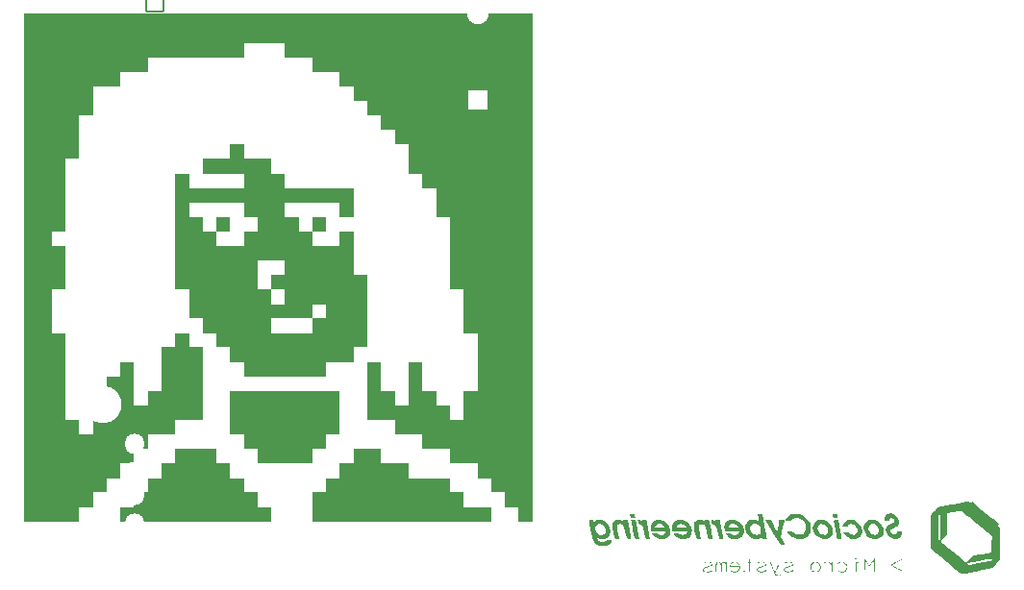
<source format=gbr>
%TF.GenerationSoftware,KiCad,Pcbnew,9.0.7*%
%TF.CreationDate,2026-02-24T09:39:31-07:00*%
%TF.ProjectId,SpeedJeck,53706565-644a-4656-936b-2e6b69636164,1*%
%TF.SameCoordinates,Original*%
%TF.FileFunction,Legend,Bot*%
%TF.FilePolarity,Positive*%
%FSLAX46Y46*%
G04 Gerber Fmt 4.6, Leading zero omitted, Abs format (unit mm)*
G04 Created by KiCad (PCBNEW 9.0.7) date 2026-02-24 09:39:31*
%MOMM*%
%LPD*%
G01*
G04 APERTURE LIST*
G04 Aperture macros list*
%AMRoundRect*
0 Rectangle with rounded corners*
0 $1 Rounding radius*
0 $2 $3 $4 $5 $6 $7 $8 $9 X,Y pos of 4 corners*
0 Add a 4 corners polygon primitive as box body*
4,1,4,$2,$3,$4,$5,$6,$7,$8,$9,$2,$3,0*
0 Add four circle primitives for the rounded corners*
1,1,$1+$1,$2,$3*
1,1,$1+$1,$4,$5*
1,1,$1+$1,$6,$7*
1,1,$1+$1,$8,$9*
0 Add four rect primitives between the rounded corners*
20,1,$1+$1,$2,$3,$4,$5,0*
20,1,$1+$1,$4,$5,$6,$7,0*
20,1,$1+$1,$6,$7,$8,$9,0*
20,1,$1+$1,$8,$9,$2,$3,0*%
G04 Aperture macros list end*
%ADD10C,0.000000*%
%ADD11RoundRect,0.102000X-0.754000X-0.754000X0.754000X-0.754000X0.754000X0.754000X-0.754000X0.754000X0*%
%ADD12C,1.712000*%
%ADD13R,1.600000X1.600000*%
%ADD14O,1.600000X1.600000*%
%ADD15O,1.801600X1.801600*%
%ADD16O,3.301600X3.301600*%
%ADD17O,1.901600X1.901600*%
%ADD18RoundRect,0.050800X-0.900000X0.900000X-0.900000X-0.900000X0.900000X-0.900000X0.900000X0.900000X0*%
G04 APERTURE END LIST*
D10*
%TO.C,G\u002A\u002A\u002A*%
G36*
X181964487Y-92401040D02*
G01*
X181974487Y-92415856D01*
X181973333Y-92458044D01*
X181941854Y-92478669D01*
X181894351Y-92472822D01*
X181862096Y-92439347D01*
X181860564Y-92426844D01*
X181881961Y-92397262D01*
X181924276Y-92385790D01*
X181964487Y-92401040D01*
G37*
G36*
X180074575Y-88504462D02*
G01*
X180276987Y-88512102D01*
X180309195Y-88681436D01*
X180325124Y-88766745D01*
X180337627Y-88836873D01*
X180343010Y-88871403D01*
X180341891Y-88873706D01*
X180308745Y-88881714D01*
X180238815Y-88885560D01*
X180144516Y-88884429D01*
X180073007Y-88881663D01*
X179999434Y-88874224D01*
X179953722Y-88854101D01*
X179926578Y-88811649D01*
X179908706Y-88737224D01*
X179890811Y-88621180D01*
X179872162Y-88496822D01*
X180074575Y-88504462D01*
G37*
G36*
X177314526Y-92968233D02*
G01*
X177416221Y-92973712D01*
X177475771Y-92983924D01*
X177498514Y-92999436D01*
X177498607Y-93006085D01*
X177478534Y-93018408D01*
X177424924Y-93026397D01*
X177331606Y-93030708D01*
X177192411Y-93032000D01*
X177127759Y-93031782D01*
X177008651Y-93029297D01*
X176932820Y-93023516D01*
X176894096Y-93013781D01*
X176886308Y-92999436D01*
X176903122Y-92986017D01*
X176956474Y-92975002D01*
X177051125Y-92968810D01*
X177192411Y-92966872D01*
X177314526Y-92968233D01*
G37*
G36*
X162470762Y-88664031D02*
G01*
X162484215Y-88744846D01*
X162495252Y-88819232D01*
X162499488Y-88859416D01*
X162484115Y-88874315D01*
X162420255Y-88885989D01*
X162305859Y-88889846D01*
X162300007Y-88889848D01*
X162199587Y-88888791D01*
X162138463Y-88878787D01*
X162104424Y-88849773D01*
X162085259Y-88791685D01*
X162068756Y-88694461D01*
X162065921Y-88677182D01*
X162051732Y-88599531D01*
X162039560Y-88544666D01*
X162037580Y-88535640D01*
X162042389Y-88516268D01*
X162070403Y-88505217D01*
X162131247Y-88500237D01*
X162234545Y-88499077D01*
X162442037Y-88499077D01*
X162470762Y-88664031D01*
G37*
G36*
X162679186Y-89795128D02*
G01*
X162687012Y-89837535D01*
X162722475Y-90029600D01*
X162755145Y-90206386D01*
X162783689Y-90360701D01*
X162806778Y-90485353D01*
X162823080Y-90573151D01*
X162831265Y-90616902D01*
X162845131Y-90689702D01*
X162640417Y-90682030D01*
X162435702Y-90674359D01*
X162302457Y-89957949D01*
X162300599Y-89947955D01*
X162265000Y-89756602D01*
X162231739Y-89577896D01*
X162202252Y-89419551D01*
X162177977Y-89289284D01*
X162160351Y-89194811D01*
X162150811Y-89143846D01*
X162132409Y-89046154D01*
X162336691Y-89046154D01*
X162540973Y-89046154D01*
X162679186Y-89795128D01*
G37*
G36*
X182203954Y-92724859D02*
G01*
X182237484Y-92735779D01*
X182246360Y-92757271D01*
X182246331Y-92758896D01*
X182233134Y-92782302D01*
X182188830Y-92794214D01*
X182103078Y-92797538D01*
X181959796Y-92797538D01*
X181959796Y-93188308D01*
X181959796Y-93579077D01*
X182116103Y-93579077D01*
X182186693Y-93581844D01*
X182248682Y-93591252D01*
X182272411Y-93605128D01*
X182253085Y-93615023D01*
X182186820Y-93623723D01*
X182078583Y-93629246D01*
X181933744Y-93631179D01*
X181805113Y-93629693D01*
X181692009Y-93624595D01*
X181620206Y-93616269D01*
X181595078Y-93605128D01*
X181607641Y-93594468D01*
X181659450Y-93583378D01*
X181737714Y-93579077D01*
X181880351Y-93579077D01*
X181887509Y-93155743D01*
X181894667Y-92732410D01*
X182070514Y-92724707D01*
X182135416Y-92722593D01*
X182203954Y-92724859D01*
G37*
G36*
X169315005Y-89010083D02*
G01*
X169397872Y-89038254D01*
X169482479Y-89081148D01*
X169554993Y-89134076D01*
X169615728Y-89189436D01*
X169597456Y-89116590D01*
X169579184Y-89043745D01*
X169769018Y-89051462D01*
X169958853Y-89059179D01*
X170096495Y-89801641D01*
X170103370Y-89838726D01*
X170138878Y-90030165D01*
X170171599Y-90206450D01*
X170200193Y-90360365D01*
X170223319Y-90484697D01*
X170239636Y-90572228D01*
X170247802Y-90615743D01*
X170261467Y-90687384D01*
X170058356Y-90687384D01*
X169855244Y-90687384D01*
X169768876Y-90211949D01*
X169742387Y-90072931D01*
X169710772Y-89921775D01*
X169680299Y-89790146D01*
X169653448Y-89688664D01*
X169632693Y-89627953D01*
X169581792Y-89543111D01*
X169482693Y-89456764D01*
X169352472Y-89412148D01*
X169326609Y-89407577D01*
X169288968Y-89394639D01*
X169265375Y-89366796D01*
X169248157Y-89311909D01*
X169229640Y-89217838D01*
X169228890Y-89213752D01*
X169214432Y-89122109D01*
X169207509Y-89051528D01*
X169209615Y-89016993D01*
X169209819Y-89016668D01*
X169247710Y-89001325D01*
X169315005Y-89010083D01*
G37*
G36*
X179504871Y-92726168D02*
G01*
X179617188Y-92760712D01*
X179710911Y-92810610D01*
X179769299Y-92868996D01*
X179784394Y-92888997D01*
X179793843Y-92876055D01*
X179796747Y-92817077D01*
X179797316Y-92799486D01*
X179806653Y-92742406D01*
X179823590Y-92719384D01*
X179828052Y-92723880D01*
X179837187Y-92769975D01*
X179843968Y-92862991D01*
X179848189Y-92999302D01*
X179849642Y-93175282D01*
X179849385Y-93253364D01*
X179846751Y-93413219D01*
X179841436Y-93531891D01*
X179833646Y-93605753D01*
X179823590Y-93631179D01*
X179815633Y-93620276D01*
X179805957Y-93564647D01*
X179799737Y-93467571D01*
X179797539Y-93335442D01*
X179797536Y-93324877D01*
X179796320Y-93195715D01*
X179791649Y-93105789D01*
X179781673Y-93043075D01*
X179764542Y-92995549D01*
X179738405Y-92951186D01*
X179733932Y-92944608D01*
X179635945Y-92844280D01*
X179511925Y-92789010D01*
X179361584Y-92778667D01*
X179321162Y-92783119D01*
X179233869Y-92803411D01*
X179177111Y-92832269D01*
X179149211Y-92852277D01*
X179109753Y-92856276D01*
X179094155Y-92819917D01*
X179098394Y-92807025D01*
X179139072Y-92774639D01*
X179211102Y-92744850D01*
X179299943Y-92722853D01*
X179391057Y-92713843D01*
X179504871Y-92726168D01*
G37*
G36*
X180262845Y-89047479D02*
G01*
X180329819Y-89053867D01*
X180365314Y-89067804D01*
X180380461Y-89091743D01*
X180381123Y-89094245D01*
X180390431Y-89138249D01*
X180407499Y-89225460D01*
X180431007Y-89348899D01*
X180459635Y-89501584D01*
X180492064Y-89676534D01*
X180526975Y-89866769D01*
X180532487Y-89896931D01*
X180567100Y-90085257D01*
X180599028Y-90257218D01*
X180626950Y-90405833D01*
X180649548Y-90524121D01*
X180665500Y-90605102D01*
X180673489Y-90641795D01*
X180675775Y-90651736D01*
X180670709Y-90670647D01*
X180642191Y-90681419D01*
X180580679Y-90686261D01*
X180476628Y-90687384D01*
X180445674Y-90687172D01*
X180354250Y-90683709D01*
X180290324Y-90676887D01*
X180266192Y-90667846D01*
X180265621Y-90663200D01*
X180257951Y-90617654D01*
X180242260Y-90529580D01*
X180219730Y-90405457D01*
X180191541Y-90251765D01*
X180158874Y-90074982D01*
X180122910Y-89881587D01*
X180110843Y-89816769D01*
X180075773Y-89626945D01*
X180044420Y-89455110D01*
X180017971Y-89307907D01*
X179997610Y-89191977D01*
X179984524Y-89113964D01*
X179979898Y-89080510D01*
X179980933Y-89074626D01*
X180005186Y-89057963D01*
X180067002Y-89048895D01*
X180173527Y-89046154D01*
X180262845Y-89047479D01*
G37*
G36*
X180864684Y-92746348D02*
G01*
X181001842Y-92807839D01*
X181103390Y-92906359D01*
X181116046Y-92926082D01*
X181158339Y-93035648D01*
X181176808Y-93167407D01*
X181167968Y-93300111D01*
X181141822Y-93374311D01*
X181073554Y-93475148D01*
X180980908Y-93561919D01*
X180878667Y-93618357D01*
X180775641Y-93643808D01*
X180619238Y-93648856D01*
X180470000Y-93618006D01*
X180345005Y-93553340D01*
X180327050Y-93538995D01*
X180295837Y-93502587D01*
X180306270Y-93486654D01*
X180352740Y-93493140D01*
X180429635Y-93523992D01*
X180525612Y-93560982D01*
X180673077Y-93583186D01*
X180810981Y-93565562D01*
X180931631Y-93512035D01*
X181027334Y-93426529D01*
X181090398Y-93312970D01*
X181113129Y-93175282D01*
X181109872Y-93117724D01*
X181071105Y-92984370D01*
X180991339Y-92880750D01*
X180874064Y-92810424D01*
X180722766Y-92776951D01*
X180708526Y-92776011D01*
X180614218Y-92779018D01*
X180516911Y-92794377D01*
X180430367Y-92818416D01*
X180368347Y-92847463D01*
X180344616Y-92877847D01*
X180339424Y-92889418D01*
X180303368Y-92901743D01*
X180289416Y-92900416D01*
X180272013Y-92879924D01*
X180294541Y-92839764D01*
X180354093Y-92786537D01*
X180411243Y-92755449D01*
X180495936Y-92734656D01*
X180618497Y-92723539D01*
X180693587Y-92722515D01*
X180864684Y-92746348D01*
G37*
G36*
X185970376Y-92514712D02*
G01*
X185967374Y-92532396D01*
X185923901Y-92565673D01*
X185838077Y-92615716D01*
X185708024Y-92683701D01*
X185531861Y-92770801D01*
X185403024Y-92833630D01*
X185282112Y-92893144D01*
X185185258Y-92941412D01*
X185120083Y-92974632D01*
X185094209Y-92989005D01*
X185109163Y-93001722D01*
X185163502Y-93034785D01*
X185250637Y-93083958D01*
X185363463Y-93145239D01*
X185494874Y-93214626D01*
X185509178Y-93222084D01*
X185666670Y-93304547D01*
X185784027Y-93367086D01*
X185867046Y-93413221D01*
X185921525Y-93446472D01*
X185953261Y-93470357D01*
X185968051Y-93488398D01*
X185971693Y-93504113D01*
X185971535Y-93507325D01*
X185955777Y-93526974D01*
X185922255Y-93515604D01*
X185853095Y-93483047D01*
X185756851Y-93433836D01*
X185641654Y-93372516D01*
X185515639Y-93303633D01*
X185386939Y-93231732D01*
X185263686Y-93161358D01*
X185154014Y-93097056D01*
X185066057Y-93043372D01*
X185007947Y-93004850D01*
X184987817Y-92986036D01*
X184997813Y-92976386D01*
X185046977Y-92945730D01*
X185129391Y-92900133D01*
X185236406Y-92843872D01*
X185359374Y-92781229D01*
X185489646Y-92716482D01*
X185618574Y-92653911D01*
X185737509Y-92597795D01*
X185837804Y-92552414D01*
X185910810Y-92522047D01*
X185947878Y-92510974D01*
X185970376Y-92514712D01*
G37*
G36*
X178813640Y-93320522D02*
G01*
X178796975Y-93386519D01*
X178766904Y-93438787D01*
X178740625Y-93471610D01*
X178624012Y-93574097D01*
X178491776Y-93630721D01*
X178374000Y-93641481D01*
X178240795Y-93626765D01*
X178126045Y-93589000D01*
X178101446Y-93575348D01*
X178004520Y-93489027D01*
X177939985Y-93374954D01*
X177908051Y-93244072D01*
X177908541Y-93167402D01*
X177973949Y-93167402D01*
X177982159Y-93268066D01*
X178026602Y-93391305D01*
X178115113Y-93499286D01*
X178133633Y-93514350D01*
X178227746Y-93557158D01*
X178344919Y-93575845D01*
X178466101Y-93568926D01*
X178572243Y-93534917D01*
X178666204Y-93460926D01*
X178730543Y-93356658D01*
X178762003Y-93235461D01*
X178760746Y-93108933D01*
X178726931Y-92988672D01*
X178660718Y-92886274D01*
X178562268Y-92813337D01*
X178539919Y-92803439D01*
X178403491Y-92771254D01*
X178272221Y-92783237D01*
X178154870Y-92834117D01*
X178060200Y-92918620D01*
X177996972Y-93031473D01*
X177973949Y-93167402D01*
X177908541Y-93167402D01*
X177908925Y-93107326D01*
X177942816Y-92975660D01*
X178009932Y-92860019D01*
X178110481Y-92771346D01*
X178155350Y-92749609D01*
X178271917Y-92721788D01*
X178402719Y-92717422D01*
X178527373Y-92736247D01*
X178625496Y-92778000D01*
X178630408Y-92781359D01*
X178724822Y-92857689D01*
X178783018Y-92938652D01*
X178812461Y-93039449D01*
X178820616Y-93175282D01*
X178820138Y-93224913D01*
X178819421Y-93235461D01*
X178813640Y-93320522D01*
G37*
G36*
X172570105Y-92475721D02*
G01*
X172581690Y-92530513D01*
X172581693Y-92531098D01*
X172587633Y-92628212D01*
X172610659Y-92685221D01*
X172660495Y-92713552D01*
X172746862Y-92724630D01*
X172803494Y-92729945D01*
X172864497Y-92745193D01*
X172874816Y-92763829D01*
X172834639Y-92781134D01*
X172744155Y-92792387D01*
X172607385Y-92800261D01*
X172607001Y-93131054D01*
X172604695Y-93292101D01*
X172596293Y-93414281D01*
X172579231Y-93500404D01*
X172550941Y-93558541D01*
X172508853Y-93596765D01*
X172450398Y-93623148D01*
X172373118Y-93636737D01*
X172278388Y-93634834D01*
X172180792Y-93620091D01*
X172094071Y-93595458D01*
X172031962Y-93563879D01*
X172008206Y-93528303D01*
X172008828Y-93519925D01*
X172024319Y-93503334D01*
X172067487Y-93509770D01*
X172147470Y-93540000D01*
X172155066Y-93543103D01*
X172278648Y-93574694D01*
X172391317Y-93570346D01*
X172479299Y-93530455D01*
X172495406Y-93516002D01*
X172523895Y-93473793D01*
X172540588Y-93409854D01*
X172550349Y-93309019D01*
X172553186Y-93229584D01*
X172551520Y-93091939D01*
X172543328Y-92967893D01*
X172525303Y-92799582D01*
X172312344Y-92792047D01*
X172217871Y-92786479D01*
X172135502Y-92774742D01*
X172104466Y-92760320D01*
X172124578Y-92745599D01*
X172195656Y-92732961D01*
X172317517Y-92724792D01*
X172535648Y-92717174D01*
X172523238Y-92588023D01*
X172519036Y-92520757D01*
X172525271Y-92472779D01*
X172546081Y-92458872D01*
X172570105Y-92475721D01*
G37*
G36*
X174708641Y-89552387D02*
G01*
X174749605Y-89625332D01*
X174828299Y-89762655D01*
X174897123Y-89879069D01*
X174952295Y-89968374D01*
X174990032Y-90024368D01*
X175006553Y-90040849D01*
X175006746Y-90040597D01*
X175015576Y-90008628D01*
X175030390Y-89933727D01*
X175049720Y-89824213D01*
X175072093Y-89688403D01*
X175096040Y-89534615D01*
X175170052Y-89046154D01*
X175399693Y-89046154D01*
X175447746Y-89046426D01*
X175540798Y-89048762D01*
X175605242Y-89052972D01*
X175629334Y-89058429D01*
X175629209Y-89059497D01*
X175622309Y-89094230D01*
X175605876Y-89172297D01*
X175581320Y-89287127D01*
X175550053Y-89432148D01*
X175513485Y-89600789D01*
X175473026Y-89786478D01*
X175467119Y-89813544D01*
X175427068Y-89997921D01*
X175391122Y-90164871D01*
X175360696Y-90307701D01*
X175337209Y-90419720D01*
X175322077Y-90494236D01*
X175316719Y-90524557D01*
X175322922Y-90540963D01*
X175351757Y-90595028D01*
X175398743Y-90675438D01*
X175457934Y-90771779D01*
X175491430Y-90825331D01*
X175561069Y-90937775D01*
X175623673Y-91040188D01*
X175668820Y-91115578D01*
X175738490Y-91234461D01*
X175521092Y-91234287D01*
X175303693Y-91234112D01*
X174666881Y-90198748D01*
X174550927Y-90010249D01*
X174426870Y-89808637D01*
X174312792Y-89623303D01*
X174211578Y-89458933D01*
X174126113Y-89320211D01*
X174059282Y-89211820D01*
X174013971Y-89138444D01*
X173993065Y-89104769D01*
X173956060Y-89046154D01*
X174191132Y-89046154D01*
X174426204Y-89046154D01*
X174708641Y-89552387D01*
G37*
G36*
X162828181Y-89011112D02*
G01*
X162846200Y-89014427D01*
X162939336Y-89044408D01*
X163027026Y-89088559D01*
X163064809Y-89112448D01*
X163105984Y-89134192D01*
X163122008Y-89129178D01*
X163124719Y-89098626D01*
X163124778Y-89094063D01*
X163131280Y-89068288D01*
X163156394Y-89053852D01*
X163211275Y-89047543D01*
X163307078Y-89046154D01*
X163314346Y-89046171D01*
X163402834Y-89049353D01*
X163465590Y-89056971D01*
X163489437Y-89067485D01*
X163489979Y-89072255D01*
X163497574Y-89118188D01*
X163513201Y-89206632D01*
X163535682Y-89331087D01*
X163563836Y-89485056D01*
X163596485Y-89662038D01*
X163632449Y-89855536D01*
X163644571Y-89920639D01*
X163679642Y-90110301D01*
X163711012Y-90281875D01*
X163737493Y-90428736D01*
X163757898Y-90544263D01*
X163771039Y-90621832D01*
X163775731Y-90654820D01*
X163775661Y-90656338D01*
X163754557Y-90674180D01*
X163692226Y-90684232D01*
X163583403Y-90687384D01*
X163492874Y-90685120D01*
X163411383Y-90674459D01*
X163378467Y-90654820D01*
X163370458Y-90621570D01*
X163354819Y-90545159D01*
X163333363Y-90434605D01*
X163307778Y-90298618D01*
X163279754Y-90145908D01*
X163256884Y-90024904D01*
X163224578Y-89869868D01*
X163193977Y-89740262D01*
X163167173Y-89644770D01*
X163146262Y-89592080D01*
X163119968Y-89555783D01*
X163042507Y-89483902D01*
X162952734Y-89431385D01*
X162870074Y-89410969D01*
X162826154Y-89398261D01*
X162790518Y-89352578D01*
X162763958Y-89267539D01*
X162743556Y-89136821D01*
X162727029Y-88996204D01*
X162828181Y-89011112D01*
G37*
G36*
X184372816Y-89949969D02*
G01*
X184374673Y-90083334D01*
X184336894Y-90261440D01*
X184255854Y-90419757D01*
X184136285Y-90551978D01*
X183982918Y-90651798D01*
X183800482Y-90712911D01*
X183623588Y-90726086D01*
X183427655Y-90696360D01*
X183231790Y-90625515D01*
X183046043Y-90517239D01*
X182880463Y-90375221D01*
X182824676Y-90312392D01*
X182714424Y-90144755D01*
X182644069Y-89966405D01*
X182612865Y-89784427D01*
X182615156Y-89727631D01*
X183030148Y-89727631D01*
X183035837Y-89853007D01*
X183073024Y-89980315D01*
X183141555Y-90102061D01*
X183241278Y-90210753D01*
X183372040Y-90298898D01*
X183448812Y-90330322D01*
X183582291Y-90349354D01*
X183707161Y-90326896D01*
X183815178Y-90268198D01*
X183898101Y-90178511D01*
X183947686Y-90063083D01*
X183955689Y-89927166D01*
X183934343Y-89818038D01*
X183869210Y-89667668D01*
X183771272Y-89543316D01*
X183647820Y-89451470D01*
X183506146Y-89398621D01*
X183353542Y-89391258D01*
X183325418Y-89395302D01*
X183203591Y-89438022D01*
X183113872Y-89512645D01*
X183056109Y-89611679D01*
X183030148Y-89727631D01*
X182615156Y-89727631D01*
X182620067Y-89605909D01*
X182664928Y-89437934D01*
X182746704Y-89287589D01*
X182864648Y-89161959D01*
X183018015Y-89068131D01*
X183052811Y-89054778D01*
X183186680Y-89025968D01*
X183342579Y-89017220D01*
X183500650Y-89028766D01*
X183641038Y-89060839D01*
X183732469Y-89096586D01*
X183929560Y-89209775D01*
X184097790Y-89358573D01*
X184231510Y-89536115D01*
X184325069Y-89735535D01*
X184367739Y-89927166D01*
X184372816Y-89949969D01*
G37*
G36*
X179893230Y-90138344D02*
G01*
X179855529Y-90289354D01*
X179778723Y-90432588D01*
X179723783Y-90498985D01*
X179607497Y-90594855D01*
X179471691Y-90669921D01*
X179336244Y-90711647D01*
X179208263Y-90723931D01*
X179010847Y-90709675D01*
X178825078Y-90658190D01*
X178654317Y-90574563D01*
X178501926Y-90463880D01*
X178371266Y-90331231D01*
X178265697Y-90181701D01*
X178188580Y-90020380D01*
X178143277Y-89852352D01*
X178138172Y-89766836D01*
X178551178Y-89766836D01*
X178572809Y-89917729D01*
X178600379Y-89990124D01*
X178678786Y-90115424D01*
X178782820Y-90224525D01*
X178897316Y-90299582D01*
X178923356Y-90310315D01*
X179041835Y-90339537D01*
X179163062Y-90344524D01*
X179263488Y-90323722D01*
X179277772Y-90317278D01*
X179374152Y-90244263D01*
X179444613Y-90138224D01*
X179478628Y-90014306D01*
X179475722Y-89869745D01*
X179428494Y-89723091D01*
X179331985Y-89585754D01*
X179317161Y-89569790D01*
X179193885Y-89468333D01*
X179064810Y-89408876D01*
X178936768Y-89388431D01*
X178816592Y-89404012D01*
X178711112Y-89452630D01*
X178627162Y-89531299D01*
X178571574Y-89637030D01*
X178551178Y-89766836D01*
X178138172Y-89766836D01*
X178133149Y-89682708D01*
X178161557Y-89516532D01*
X178231861Y-89358914D01*
X178347423Y-89214940D01*
X178433280Y-89140238D01*
X178557955Y-89066730D01*
X178698388Y-89027618D01*
X178870175Y-89016996D01*
X178889267Y-89017346D01*
X179105857Y-89047570D01*
X179308502Y-89122004D01*
X179491007Y-89234964D01*
X179647177Y-89380762D01*
X179770817Y-89553712D01*
X179855731Y-89748128D01*
X179895724Y-89958324D01*
X179896021Y-89962556D01*
X179895199Y-90014306D01*
X179893230Y-90138344D01*
G37*
G36*
X171712571Y-93091538D02*
G01*
X171713552Y-93244746D01*
X171663026Y-93396185D01*
X171610653Y-93480937D01*
X171509361Y-93577070D01*
X171379776Y-93632362D01*
X171317616Y-93643409D01*
X171186087Y-93644315D01*
X171055560Y-93620846D01*
X170942501Y-93576723D01*
X170863375Y-93515666D01*
X170849922Y-93497332D01*
X170850344Y-93477415D01*
X170893444Y-93487297D01*
X170979180Y-93526974D01*
X171038410Y-93551299D01*
X171180458Y-93577417D01*
X171328031Y-93569762D01*
X171458582Y-93528274D01*
X171460895Y-93527080D01*
X171554917Y-93451524D01*
X171619491Y-93346501D01*
X171643488Y-93229960D01*
X171643488Y-93162256D01*
X171223237Y-93162256D01*
X170802987Y-93162256D01*
X170817137Y-93056757D01*
X170888001Y-93056757D01*
X170888177Y-93064616D01*
X170893085Y-93083172D01*
X170910695Y-93095856D01*
X170948885Y-93103782D01*
X171015537Y-93108064D01*
X171118530Y-93109817D01*
X171265744Y-93110154D01*
X171407494Y-93109582D01*
X171524499Y-93105845D01*
X171599791Y-93096057D01*
X171638897Y-93077335D01*
X171647344Y-93046795D01*
X171630657Y-93001557D01*
X171594364Y-92938735D01*
X171583620Y-92922313D01*
X171502232Y-92842356D01*
X171399258Y-92793386D01*
X171284697Y-92773733D01*
X171168547Y-92781727D01*
X171060804Y-92815697D01*
X170971467Y-92873972D01*
X170910534Y-92954882D01*
X170888001Y-93056757D01*
X170817137Y-93056757D01*
X170817534Y-93053794D01*
X170824419Y-93014703D01*
X170876311Y-92887227D01*
X170966691Y-92792867D01*
X171092162Y-92734293D01*
X171249329Y-92714174D01*
X171385501Y-92726101D01*
X171512039Y-92772704D01*
X171608670Y-92858215D01*
X171681571Y-92986527D01*
X171699363Y-93046795D01*
X171712571Y-93091538D01*
G37*
G36*
X169078423Y-92736796D02*
G01*
X169181726Y-92782998D01*
X169248873Y-92848809D01*
X169272821Y-92931321D01*
X169270604Y-92966184D01*
X169254964Y-93014663D01*
X169219061Y-93056465D01*
X169156747Y-93095056D01*
X169061876Y-93133905D01*
X168928299Y-93176476D01*
X168749868Y-93226239D01*
X168686995Y-93245611D01*
X168584295Y-93296573D01*
X168531447Y-93359210D01*
X168527649Y-93434271D01*
X168542253Y-93470282D01*
X168607610Y-93530691D01*
X168719012Y-93566972D01*
X168876343Y-93579077D01*
X168978670Y-93575175D01*
X169081808Y-93556314D01*
X169177724Y-93517240D01*
X169224737Y-93495706D01*
X169285186Y-93476650D01*
X169315004Y-93479897D01*
X169318550Y-93491374D01*
X169296938Y-93528156D01*
X169235335Y-93568149D01*
X169142035Y-93606782D01*
X169025334Y-93639485D01*
X168992142Y-93645915D01*
X168859136Y-93652094D01*
X168701207Y-93629070D01*
X168645310Y-93613959D01*
X168542056Y-93558938D01*
X168483521Y-93478234D01*
X168470477Y-93372704D01*
X168480365Y-93317756D01*
X168512288Y-93269377D01*
X168579398Y-93224232D01*
X168626885Y-93201516D01*
X168728421Y-93164800D01*
X168833315Y-93137621D01*
X168897661Y-93123478D01*
X168998871Y-93096323D01*
X169076414Y-93069825D01*
X169133029Y-93040128D01*
X169193690Y-92979261D01*
X169207149Y-92913156D01*
X169172981Y-92849920D01*
X169090758Y-92797661D01*
X169058952Y-92787708D01*
X168967237Y-92775633D01*
X168858159Y-92775391D01*
X168748970Y-92785734D01*
X168656926Y-92805414D01*
X168599278Y-92833185D01*
X168551092Y-92865962D01*
X168508639Y-92873939D01*
X168491283Y-92850241D01*
X168513974Y-92812503D01*
X168574952Y-92773195D01*
X168660701Y-92739676D01*
X168757696Y-92718627D01*
X168791529Y-92714856D01*
X168946009Y-92713113D01*
X169078423Y-92736796D01*
G37*
G36*
X181620277Y-89026530D02*
G01*
X181744445Y-89053869D01*
X181905901Y-89124217D01*
X182100825Y-89254073D01*
X182265215Y-89418379D01*
X182390076Y-89609394D01*
X182419187Y-89677907D01*
X182458088Y-89822524D01*
X182478627Y-89979371D01*
X182478793Y-90129024D01*
X182456578Y-90252061D01*
X182445363Y-90283108D01*
X182359035Y-90436530D01*
X182234974Y-90564887D01*
X182083496Y-90659428D01*
X181914919Y-90711405D01*
X181906283Y-90712746D01*
X181685489Y-90720668D01*
X181470734Y-90679945D01*
X181269790Y-90593869D01*
X181090429Y-90465729D01*
X180940421Y-90298817D01*
X180836148Y-90153333D01*
X181063469Y-90145745D01*
X181170024Y-90142959D01*
X181243445Y-90145283D01*
X181292157Y-90156079D01*
X181330120Y-90178522D01*
X181371292Y-90215789D01*
X181465434Y-90286502D01*
X181591240Y-90336577D01*
X181720618Y-90349077D01*
X181842916Y-90324771D01*
X181947480Y-90264424D01*
X182023659Y-90168805D01*
X182050171Y-90087302D01*
X182062450Y-89969151D01*
X182055446Y-89846321D01*
X182028872Y-89742189D01*
X182025763Y-89734904D01*
X181938194Y-89592097D01*
X181818093Y-89482005D01*
X181674617Y-89411010D01*
X181516924Y-89385490D01*
X181448628Y-89391233D01*
X181345014Y-89422635D01*
X181263075Y-89474589D01*
X181217905Y-89539331D01*
X181213147Y-89552431D01*
X181197525Y-89574351D01*
X181167194Y-89588062D01*
X181112812Y-89595215D01*
X181025036Y-89597461D01*
X180894525Y-89596448D01*
X180838725Y-89594750D01*
X180772740Y-89589562D01*
X180742076Y-89582554D01*
X180740794Y-89568024D01*
X180751164Y-89515405D01*
X180773361Y-89440239D01*
X180787876Y-89402530D01*
X180870446Y-89271120D01*
X180992179Y-89156175D01*
X181143020Y-89067822D01*
X181193342Y-89049862D01*
X181323928Y-89025009D01*
X181473172Y-89017071D01*
X181620277Y-89026530D01*
G37*
G36*
X175244524Y-92719750D02*
G01*
X175264616Y-92733694D01*
X175264446Y-92734611D01*
X175251072Y-92766661D01*
X175218800Y-92837274D01*
X175171088Y-92939062D01*
X175111395Y-93064639D01*
X175043180Y-93206617D01*
X175035289Y-93222976D01*
X174967702Y-93364510D01*
X174909070Y-93489737D01*
X174862878Y-93591034D01*
X174832608Y-93660775D01*
X174821744Y-93691335D01*
X174823349Y-93699173D01*
X174846159Y-93743623D01*
X174887369Y-93803479D01*
X174904399Y-93824008D01*
X174996391Y-93891500D01*
X175102748Y-93911472D01*
X175214234Y-93881713D01*
X175240339Y-93869925D01*
X175299593Y-93854586D01*
X175332078Y-93863463D01*
X175327504Y-93895318D01*
X175306626Y-93915467D01*
X175255438Y-93943969D01*
X175240948Y-93949413D01*
X175121676Y-93969717D01*
X175000344Y-93954617D01*
X174893180Y-93908165D01*
X174816414Y-93834408D01*
X174812078Y-93827144D01*
X174784832Y-93772583D01*
X174743497Y-93682349D01*
X174691980Y-93565699D01*
X174634190Y-93431893D01*
X174574031Y-93290188D01*
X174515413Y-93149842D01*
X174462241Y-93020114D01*
X174418423Y-92910262D01*
X174387866Y-92829543D01*
X174374478Y-92787215D01*
X174373914Y-92752193D01*
X174393142Y-92728228D01*
X174422817Y-92740698D01*
X174447081Y-92789175D01*
X174453921Y-92811119D01*
X174478978Y-92879481D01*
X174517065Y-92977551D01*
X174563617Y-93094151D01*
X174614066Y-93218103D01*
X174663847Y-93338227D01*
X174708394Y-93443346D01*
X174743141Y-93522281D01*
X174763520Y-93563854D01*
X174763691Y-93564088D01*
X174779923Y-93548175D01*
X174815032Y-93492407D01*
X174865200Y-93403541D01*
X174926607Y-93288335D01*
X174995433Y-93153546D01*
X174995641Y-93153129D01*
X175065434Y-93016398D01*
X175128718Y-92897376D01*
X175181413Y-92803346D01*
X175219439Y-92741588D01*
X175238715Y-92719384D01*
X175244524Y-92719750D01*
G37*
G36*
X173719824Y-92717316D02*
G01*
X173818919Y-92730819D01*
X173892912Y-92758927D01*
X173955539Y-92805074D01*
X173974643Y-92824728D01*
X174011932Y-92899842D01*
X174003008Y-92977208D01*
X173951688Y-93050611D01*
X173861792Y-93113832D01*
X173737138Y-93160655D01*
X173625195Y-93190037D01*
X173503851Y-93223460D01*
X173418940Y-93249876D01*
X173362106Y-93272269D01*
X173324992Y-93293619D01*
X173299242Y-93316909D01*
X173282243Y-93339993D01*
X173265848Y-93411909D01*
X173293664Y-93482843D01*
X173361956Y-93539526D01*
X173394984Y-93553302D01*
X173494260Y-93573689D01*
X173612270Y-93578347D01*
X173734971Y-93568819D01*
X173848320Y-93546645D01*
X173938274Y-93513366D01*
X173990791Y-93470524D01*
X174010842Y-93457478D01*
X174047416Y-93465859D01*
X174066257Y-93496844D01*
X174065633Y-93500610D01*
X174036663Y-93531077D01*
X173975257Y-93567758D01*
X173896390Y-93602810D01*
X173815040Y-93628391D01*
X173658034Y-93651326D01*
X173502251Y-93645746D01*
X173368292Y-93611242D01*
X173267955Y-93549514D01*
X173243393Y-93523755D01*
X173214529Y-93466180D01*
X173211858Y-93385178D01*
X173211984Y-93383486D01*
X173223755Y-93313339D01*
X173255170Y-93267403D01*
X173320731Y-93224243D01*
X173368218Y-93201523D01*
X173469754Y-93164802D01*
X173574648Y-93137621D01*
X173652794Y-93120547D01*
X173800309Y-93074547D01*
X173898940Y-93020309D01*
X173947743Y-92958464D01*
X173945776Y-92889641D01*
X173910581Y-92844311D01*
X173832870Y-92803331D01*
X173729017Y-92778242D01*
X173612111Y-92769817D01*
X173495238Y-92778831D01*
X173391488Y-92806058D01*
X173313948Y-92852271D01*
X173273748Y-92879567D01*
X173245478Y-92875427D01*
X173243512Y-92872013D01*
X173243328Y-92826412D01*
X173286490Y-92784146D01*
X173364851Y-92748964D01*
X173470265Y-92724614D01*
X173594582Y-92714842D01*
X173719824Y-92717316D01*
G37*
G36*
X176029326Y-92715875D02*
G01*
X176180352Y-92734931D01*
X176291945Y-92777950D01*
X176361102Y-92843342D01*
X176384821Y-92929517D01*
X176375671Y-92976588D01*
X176323342Y-93050795D01*
X176231445Y-93114327D01*
X176107805Y-93160655D01*
X175995862Y-93190037D01*
X175874518Y-93223460D01*
X175789607Y-93249876D01*
X175732773Y-93272269D01*
X175695659Y-93293619D01*
X175669909Y-93316909D01*
X175652910Y-93339993D01*
X175636514Y-93411909D01*
X175664331Y-93482843D01*
X175732623Y-93539526D01*
X175765651Y-93553302D01*
X175864927Y-93573689D01*
X175982936Y-93578347D01*
X176105637Y-93568819D01*
X176218987Y-93546645D01*
X176308941Y-93513366D01*
X176361457Y-93470524D01*
X176381385Y-93457537D01*
X176418020Y-93465761D01*
X176436924Y-93496536D01*
X176431721Y-93506933D01*
X176391712Y-93537707D01*
X176324936Y-93573893D01*
X176246705Y-93607692D01*
X176172329Y-93631306D01*
X176017989Y-93652483D01*
X175867491Y-93644771D01*
X175736507Y-93609754D01*
X175638622Y-93549514D01*
X175614060Y-93523755D01*
X175585196Y-93466180D01*
X175582524Y-93385178D01*
X175582651Y-93383486D01*
X175594422Y-93313339D01*
X175625837Y-93267403D01*
X175691398Y-93224243D01*
X175738884Y-93201523D01*
X175840421Y-93164802D01*
X175945315Y-93137621D01*
X175987746Y-93128701D01*
X176135089Y-93086400D01*
X176242608Y-93036031D01*
X176307913Y-92980381D01*
X176328615Y-92922235D01*
X176302324Y-92864380D01*
X176226650Y-92809600D01*
X176214744Y-92803959D01*
X176125917Y-92780245D01*
X176016381Y-92772171D01*
X175900564Y-92778275D01*
X175792894Y-92797095D01*
X175707801Y-92827170D01*
X175659711Y-92867037D01*
X175641504Y-92889595D01*
X175618376Y-92879038D01*
X175615550Y-92874046D01*
X175614612Y-92825971D01*
X175657820Y-92782764D01*
X175737958Y-92747695D01*
X175847812Y-92724034D01*
X175980169Y-92715052D01*
X176029326Y-92715875D01*
G37*
G36*
X161130600Y-89021516D02*
G01*
X161224014Y-89045229D01*
X161329932Y-89093441D01*
X161483540Y-89172662D01*
X161467362Y-89108204D01*
X161451184Y-89043745D01*
X161643182Y-89051462D01*
X161835180Y-89059179D01*
X161983231Y-89840718D01*
X161997982Y-89918706D01*
X162033847Y-90109387D01*
X162065977Y-90281691D01*
X162093165Y-90429056D01*
X162114206Y-90544922D01*
X162127895Y-90622729D01*
X162133026Y-90655916D01*
X162130806Y-90664960D01*
X162103929Y-90678393D01*
X162040568Y-90683731D01*
X161933093Y-90681967D01*
X161731415Y-90674359D01*
X161644851Y-90205436D01*
X161624835Y-90099661D01*
X161584310Y-89906376D01*
X161545369Y-89755370D01*
X161505534Y-89640111D01*
X161462328Y-89554063D01*
X161413273Y-89490695D01*
X161355892Y-89443473D01*
X161280017Y-89405349D01*
X161166642Y-89383260D01*
X161059537Y-89397804D01*
X160974304Y-89448764D01*
X160944724Y-89485711D01*
X160923292Y-89536082D01*
X160913179Y-89603599D01*
X160914514Y-89694975D01*
X160927427Y-89816924D01*
X160952050Y-89976156D01*
X160988514Y-90179384D01*
X161005520Y-90271640D01*
X161029657Y-90406747D01*
X161048959Y-90519989D01*
X161061776Y-90601595D01*
X161066463Y-90641795D01*
X161066464Y-90642161D01*
X161059697Y-90665680D01*
X161032383Y-90679397D01*
X160974020Y-90685802D01*
X160874107Y-90687384D01*
X160836461Y-90687289D01*
X160751508Y-90684832D01*
X160702893Y-90676500D01*
X160678751Y-90658933D01*
X160667213Y-90628769D01*
X160660380Y-90599924D01*
X160634725Y-90479580D01*
X160606556Y-90332688D01*
X160577679Y-90170341D01*
X160549901Y-90003634D01*
X160525027Y-89843660D01*
X160504864Y-89701514D01*
X160491217Y-89588288D01*
X160485894Y-89515077D01*
X160487103Y-89456939D01*
X160515582Y-89297948D01*
X160581802Y-89174651D01*
X160686151Y-89086681D01*
X160829014Y-89033668D01*
X161010778Y-89015246D01*
X161020760Y-89015213D01*
X161130600Y-89021516D01*
G37*
G36*
X183556966Y-92393148D02*
G01*
X183562771Y-92450346D01*
X183567729Y-92547549D01*
X183571585Y-92677650D01*
X183574085Y-92833542D01*
X183574975Y-93008119D01*
X183574889Y-93095932D01*
X183573836Y-93281064D01*
X183571382Y-93420911D01*
X183567269Y-93520336D01*
X183561241Y-93584201D01*
X183553040Y-93617368D01*
X183542411Y-93624701D01*
X183538759Y-93622376D01*
X183526983Y-93594441D01*
X183517293Y-93532525D01*
X183509297Y-93432097D01*
X183502604Y-93288628D01*
X183496821Y-93097589D01*
X183483796Y-92581296D01*
X183307805Y-92845725D01*
X183304878Y-92850119D01*
X183235815Y-92951259D01*
X183176275Y-93033923D01*
X183132529Y-93089693D01*
X183110845Y-93110154D01*
X183110288Y-93110077D01*
X183086877Y-93087458D01*
X183041318Y-93030262D01*
X182979945Y-92946803D01*
X182909092Y-92845391D01*
X182728308Y-92580629D01*
X182721256Y-93105904D01*
X182719994Y-93192946D01*
X182716798Y-93352858D01*
X182712648Y-93469698D01*
X182707002Y-93549708D01*
X182699317Y-93599131D01*
X182689053Y-93624207D01*
X182675666Y-93631179D01*
X182673642Y-93631058D01*
X182661811Y-93622683D01*
X182652780Y-93596995D01*
X182646193Y-93548197D01*
X182641691Y-93470491D01*
X182638918Y-93358079D01*
X182637517Y-93205164D01*
X182637129Y-93005949D01*
X182637563Y-92883666D01*
X182639601Y-92721589D01*
X182643078Y-92583136D01*
X182647738Y-92475428D01*
X182653325Y-92405582D01*
X182659583Y-92380718D01*
X182664860Y-92383885D01*
X182695761Y-92419293D01*
X182746959Y-92487772D01*
X182812776Y-92581544D01*
X182887532Y-92692834D01*
X182917337Y-92737896D01*
X182988100Y-92843122D01*
X183046753Y-92927867D01*
X183087877Y-92984390D01*
X183106052Y-93004951D01*
X183110084Y-93001684D01*
X183137883Y-92966131D01*
X183186510Y-92897645D01*
X183250546Y-92803966D01*
X183324572Y-92692834D01*
X183354013Y-92648464D01*
X183426004Y-92542989D01*
X183486872Y-92458023D01*
X183530937Y-92401340D01*
X183552521Y-92380718D01*
X183556966Y-92393148D01*
G37*
G36*
X168412791Y-89046430D02*
G01*
X168549018Y-89111917D01*
X168647590Y-89177149D01*
X168647590Y-89111651D01*
X168647915Y-89094173D01*
X168654946Y-89067022D01*
X168679966Y-89052698D01*
X168734345Y-89047107D01*
X168829453Y-89046154D01*
X168850087Y-89046183D01*
X168938132Y-89048276D01*
X168988466Y-89056300D01*
X169013277Y-89073911D01*
X169024753Y-89104769D01*
X169025106Y-89106350D01*
X169033965Y-89150792D01*
X169050732Y-89238641D01*
X169074056Y-89362682D01*
X169102585Y-89515698D01*
X169134968Y-89690474D01*
X169169856Y-89879795D01*
X169173390Y-89899013D01*
X169208023Y-90086313D01*
X169240034Y-90257615D01*
X169268077Y-90405866D01*
X169290811Y-90524014D01*
X169306893Y-90605008D01*
X169314979Y-90641795D01*
X169317166Y-90650882D01*
X169312830Y-90670246D01*
X169285196Y-90681276D01*
X169224670Y-90686234D01*
X169121658Y-90687384D01*
X168914882Y-90687384D01*
X168884236Y-90524564D01*
X168852343Y-90356048D01*
X168809880Y-90137099D01*
X168773603Y-89960477D01*
X168741818Y-89820742D01*
X168712834Y-89712452D01*
X168684958Y-89630166D01*
X168656497Y-89568444D01*
X168625760Y-89521846D01*
X168591053Y-89484930D01*
X168550686Y-89452257D01*
X168475656Y-89412800D01*
X168366382Y-89389952D01*
X168258622Y-89397491D01*
X168172155Y-89436251D01*
X168139715Y-89464788D01*
X168114213Y-89504227D01*
X168103083Y-89561517D01*
X168100718Y-89653737D01*
X168101965Y-89688521D01*
X168111377Y-89791052D01*
X168128504Y-89924664D01*
X168151538Y-90075945D01*
X168178667Y-90231487D01*
X168196350Y-90326804D01*
X168220240Y-90457417D01*
X168239325Y-90564020D01*
X168251989Y-90637550D01*
X168256617Y-90668942D01*
X168255198Y-90671353D01*
X168220843Y-90679297D01*
X168149926Y-90683104D01*
X168054924Y-90681967D01*
X167853026Y-90674359D01*
X167754856Y-90153333D01*
X167727258Y-90002095D01*
X167693728Y-89793857D01*
X167673853Y-89625530D01*
X167667443Y-89490752D01*
X167674309Y-89383164D01*
X167694261Y-89296406D01*
X167727109Y-89224116D01*
X167744967Y-89196926D01*
X167839066Y-89108248D01*
X167964206Y-89047316D01*
X168109078Y-89015673D01*
X168262376Y-89014864D01*
X168412791Y-89046430D01*
G37*
G36*
X176761105Y-88477854D02*
G01*
X176866206Y-88492363D01*
X176976929Y-88521193D01*
X177210253Y-88617659D01*
X177428829Y-88759435D01*
X177621652Y-88938617D01*
X177781443Y-89148424D01*
X177900928Y-89382078D01*
X177925425Y-89451255D01*
X177945929Y-89540731D01*
X177956614Y-89647403D01*
X177959999Y-89788615D01*
X177959571Y-89887903D01*
X177954955Y-89984730D01*
X177942990Y-90058630D01*
X177920691Y-90126145D01*
X177885072Y-90203814D01*
X177879215Y-90215580D01*
X177758488Y-90401038D01*
X177605034Y-90546841D01*
X177421792Y-90650776D01*
X177211702Y-90710630D01*
X177066849Y-90723351D01*
X176844894Y-90707226D01*
X176617394Y-90653292D01*
X176398960Y-90564182D01*
X176355396Y-90538421D01*
X176276680Y-90481118D01*
X176188707Y-90408200D01*
X176099830Y-90327659D01*
X176018402Y-90247485D01*
X175952775Y-90175669D01*
X175911303Y-90120201D01*
X175902336Y-90089073D01*
X175906106Y-90085655D01*
X175949471Y-90073653D01*
X176028233Y-90065292D01*
X176129074Y-90062154D01*
X176202288Y-90062627D01*
X176286771Y-90067725D01*
X176350722Y-90082952D01*
X176413432Y-90113777D01*
X176494189Y-90165669D01*
X176580848Y-90218881D01*
X176673470Y-90267252D01*
X176744961Y-90295780D01*
X176897260Y-90322492D01*
X177070220Y-90313082D01*
X177224826Y-90261854D01*
X177355182Y-90173045D01*
X177455389Y-90050891D01*
X177519551Y-89899626D01*
X177541769Y-89723487D01*
X177533068Y-89609219D01*
X177486453Y-89434902D01*
X177405109Y-89277602D01*
X177295319Y-89140686D01*
X177163366Y-89027519D01*
X177015534Y-88941468D01*
X176858106Y-88885898D01*
X176697365Y-88864177D01*
X176539594Y-88879670D01*
X176391077Y-88935744D01*
X176258098Y-89035765D01*
X176143504Y-89150359D01*
X175942864Y-89150359D01*
X175922734Y-89150278D01*
X175828344Y-89147611D01*
X175758161Y-89141928D01*
X175726128Y-89134264D01*
X175720421Y-89117757D01*
X175730631Y-89062353D01*
X175761719Y-88984627D01*
X175807431Y-88897300D01*
X175861508Y-88813095D01*
X175917696Y-88744732D01*
X176014990Y-88657225D01*
X176170099Y-88562014D01*
X176347932Y-88503779D01*
X176559027Y-88478138D01*
X176639135Y-88475348D01*
X176761105Y-88477854D01*
G37*
G36*
X185054542Y-88476508D02*
G01*
X185231063Y-88515646D01*
X185391702Y-88602128D01*
X185541011Y-88738111D01*
X185560880Y-88760987D01*
X185661929Y-88912798D01*
X185719587Y-89071725D01*
X185731899Y-89229733D01*
X185696911Y-89378789D01*
X185693635Y-89386527D01*
X185652730Y-89465684D01*
X185599625Y-89531590D01*
X185525072Y-89591848D01*
X185419821Y-89654057D01*
X185274621Y-89725820D01*
X185169627Y-89777040D01*
X185063619Y-89837785D01*
X184997578Y-89893415D01*
X184966139Y-89950855D01*
X184963935Y-90017031D01*
X184985599Y-90098871D01*
X185005452Y-90147028D01*
X185074759Y-90239267D01*
X185175340Y-90292522D01*
X185311597Y-90309641D01*
X185330881Y-90309538D01*
X185413544Y-90303831D01*
X185465622Y-90285268D01*
X185505072Y-90248139D01*
X185538635Y-90190331D01*
X185554873Y-90124396D01*
X185556131Y-90099564D01*
X185567071Y-90078467D01*
X185598313Y-90067302D01*
X185660456Y-90062915D01*
X185764100Y-90062154D01*
X185779037Y-90062169D01*
X185889066Y-90065234D01*
X185956399Y-90078692D01*
X185989471Y-90109830D01*
X185996716Y-90165930D01*
X185986569Y-90254277D01*
X185980123Y-90289314D01*
X185922300Y-90438875D01*
X185822885Y-90563111D01*
X185687833Y-90656141D01*
X185523097Y-90712084D01*
X185471144Y-90720457D01*
X185284132Y-90719296D01*
X185103396Y-90673183D01*
X184936145Y-90587654D01*
X184789588Y-90468244D01*
X184670936Y-90320488D01*
X184587398Y-90149920D01*
X184546184Y-89962077D01*
X184550275Y-89804396D01*
X184596848Y-89663530D01*
X184688259Y-89543985D01*
X184826229Y-89443542D01*
X185012476Y-89359979D01*
X185136580Y-89308556D01*
X185228112Y-89250719D01*
X185278767Y-89186335D01*
X185294360Y-89110254D01*
X185290915Y-89070057D01*
X185257354Y-88985508D01*
X185196722Y-88921760D01*
X185119749Y-88881410D01*
X185037162Y-88867054D01*
X184959692Y-88881286D01*
X184898067Y-88926702D01*
X184863016Y-89005899D01*
X184845689Y-89098256D01*
X184642966Y-89098256D01*
X184631464Y-89098231D01*
X184514281Y-89092244D01*
X184442148Y-89070372D01*
X184409042Y-89024876D01*
X184408939Y-88948012D01*
X184435814Y-88832040D01*
X184455785Y-88774080D01*
X184535272Y-88647038D01*
X184652329Y-88552863D01*
X184802954Y-88494175D01*
X184983142Y-88473598D01*
X185054542Y-88476508D01*
G37*
G36*
X172060820Y-89879795D02*
G01*
X172065524Y-89906878D01*
X172072055Y-90099626D01*
X172032123Y-90277005D01*
X171949802Y-90433070D01*
X171829167Y-90561873D01*
X171674292Y-90657469D01*
X171489253Y-90713912D01*
X171474694Y-90716336D01*
X171265135Y-90724056D01*
X171056183Y-90684642D01*
X170857242Y-90601926D01*
X170677719Y-90479740D01*
X170527019Y-90321915D01*
X170438072Y-90205436D01*
X170653521Y-90197813D01*
X170711785Y-90196023D01*
X170802332Y-90196528D01*
X170864997Y-90205429D01*
X170916053Y-90225979D01*
X170971772Y-90261431D01*
X171059547Y-90308930D01*
X171189225Y-90343600D01*
X171321109Y-90346013D01*
X171443345Y-90317760D01*
X171544078Y-90260431D01*
X171611454Y-90175617D01*
X171617709Y-90161887D01*
X171637121Y-90104326D01*
X171636622Y-90072656D01*
X171626088Y-90069982D01*
X171570742Y-90065306D01*
X171475023Y-90060997D01*
X171346467Y-90057302D01*
X171192610Y-90054463D01*
X171020985Y-90052724D01*
X170843056Y-90051075D01*
X170676275Y-90047840D01*
X170552357Y-90042933D01*
X170466298Y-90036060D01*
X170413097Y-90026923D01*
X170387751Y-90015226D01*
X170387037Y-90014480D01*
X170368130Y-89967250D01*
X170353657Y-89875731D01*
X170344812Y-89747382D01*
X170342770Y-89687495D01*
X170342770Y-89684410D01*
X170718667Y-89684410D01*
X171140070Y-89691559D01*
X171192897Y-89692307D01*
X171347748Y-89692423D01*
X171467124Y-89689082D01*
X171545508Y-89682520D01*
X171577379Y-89672971D01*
X171574450Y-89652609D01*
X171543423Y-89604129D01*
X171489505Y-89543452D01*
X171474949Y-89529353D01*
X171347709Y-89440394D01*
X171199305Y-89394965D01*
X171023184Y-89390922D01*
X170944783Y-89401347D01*
X170871853Y-89428042D01*
X170810036Y-89478292D01*
X170798070Y-89491218D01*
X170750701Y-89558531D01*
X170727160Y-89619282D01*
X170718667Y-89684410D01*
X170342770Y-89684410D01*
X170342774Y-89587131D01*
X170351137Y-89513051D01*
X170370641Y-89447697D01*
X170404070Y-89373513D01*
X170413431Y-89355020D01*
X170517049Y-89208379D01*
X170652432Y-89102851D01*
X170818759Y-89038915D01*
X171015208Y-89017052D01*
X171031813Y-89017035D01*
X171163677Y-89021534D01*
X171269728Y-89038254D01*
X171373107Y-89072626D01*
X171496955Y-89130079D01*
X171550823Y-89159070D01*
X171732971Y-89293163D01*
X171882530Y-89463091D01*
X171993734Y-89661190D01*
X171997349Y-89672971D01*
X172060820Y-89879795D01*
G37*
G36*
X165566593Y-89783680D02*
G01*
X165598956Y-89965539D01*
X165591433Y-90140713D01*
X165545412Y-90303408D01*
X165462280Y-90447828D01*
X165343426Y-90568177D01*
X165190235Y-90658661D01*
X165004096Y-90713485D01*
X164856214Y-90725098D01*
X164651343Y-90701542D01*
X164450566Y-90636698D01*
X164268439Y-90534117D01*
X164201147Y-90480302D01*
X164121527Y-90404302D01*
X164052108Y-90326313D01*
X164003024Y-90257879D01*
X163984411Y-90210548D01*
X163984751Y-90209175D01*
X164013382Y-90199608D01*
X164077996Y-90194123D01*
X164164299Y-90192460D01*
X164257997Y-90194359D01*
X164344799Y-90199561D01*
X164410410Y-90207806D01*
X164440538Y-90218834D01*
X164447704Y-90226950D01*
X164492153Y-90259371D01*
X164558269Y-90296987D01*
X164598962Y-90314804D01*
X164734012Y-90344600D01*
X164875085Y-90340798D01*
X164999525Y-90303088D01*
X165042156Y-90274939D01*
X165099320Y-90220450D01*
X165147032Y-90159224D01*
X165175199Y-90104739D01*
X165173724Y-90070475D01*
X165161159Y-90067664D01*
X165103208Y-90063150D01*
X165005203Y-90058859D01*
X164874574Y-90055036D01*
X164718749Y-90051925D01*
X164545157Y-90049772D01*
X164435489Y-90048561D01*
X164272098Y-90045801D01*
X164131107Y-90042248D01*
X164019940Y-90038146D01*
X163946023Y-90033736D01*
X163916783Y-90029261D01*
X163911804Y-90022567D01*
X163892360Y-89970448D01*
X163874079Y-89888898D01*
X163860404Y-89795710D01*
X163854776Y-89708677D01*
X163854762Y-89702667D01*
X163855404Y-89697436D01*
X164238411Y-89697436D01*
X164671514Y-89697436D01*
X164768132Y-89696887D01*
X164904057Y-89693914D01*
X165010462Y-89688727D01*
X165079823Y-89681744D01*
X165104616Y-89673383D01*
X165100250Y-89654914D01*
X165064488Y-89600216D01*
X165003488Y-89536631D01*
X164930358Y-89476906D01*
X164858207Y-89433788D01*
X164753571Y-89400503D01*
X164622138Y-89387432D01*
X164493270Y-89399750D01*
X164382083Y-89435815D01*
X164303694Y-89493986D01*
X164276530Y-89544362D01*
X164254848Y-89615252D01*
X164238411Y-89697436D01*
X163855404Y-89697436D01*
X163878229Y-89511525D01*
X163945065Y-89345043D01*
X164050643Y-89207801D01*
X164190334Y-89104376D01*
X164359513Y-89039347D01*
X164553551Y-89017292D01*
X164750759Y-89034273D01*
X164962681Y-89096709D01*
X165153736Y-89206360D01*
X165327018Y-89364613D01*
X165376663Y-89423088D01*
X165492958Y-89600931D01*
X165522151Y-89673383D01*
X165566593Y-89783680D01*
G37*
G36*
X169870854Y-92724830D02*
G01*
X169972721Y-92785578D01*
X169997045Y-92805886D01*
X170036993Y-92834019D01*
X170059300Y-92831041D01*
X170079676Y-92798911D01*
X170080915Y-92796658D01*
X170138187Y-92742962D01*
X170222648Y-92717808D01*
X170317186Y-92723188D01*
X170404689Y-92761093D01*
X170448314Y-92787753D01*
X170485796Y-92792919D01*
X170497231Y-92758461D01*
X170500171Y-92740485D01*
X170523283Y-92719384D01*
X170527745Y-92723880D01*
X170536879Y-92769975D01*
X170543660Y-92862991D01*
X170547881Y-92999302D01*
X170549334Y-93175282D01*
X170549077Y-93253364D01*
X170546443Y-93413219D01*
X170541128Y-93531891D01*
X170533339Y-93605753D01*
X170523283Y-93631179D01*
X170514694Y-93617930D01*
X170505333Y-93559026D01*
X170499342Y-93458515D01*
X170497231Y-93322451D01*
X170495392Y-93207405D01*
X170489460Y-93087239D01*
X170480405Y-92991253D01*
X170469231Y-92933401D01*
X170443847Y-92882029D01*
X170379125Y-92815214D01*
X170298902Y-92777868D01*
X170217039Y-92775201D01*
X170147400Y-92812425D01*
X170142066Y-92818434D01*
X170127213Y-92847817D01*
X170116989Y-92897053D01*
X170110632Y-92974198D01*
X170107377Y-93087309D01*
X170106462Y-93244442D01*
X170105541Y-93396663D01*
X170102321Y-93508907D01*
X170096305Y-93580469D01*
X170086996Y-93617148D01*
X170073898Y-93624741D01*
X170072716Y-93624258D01*
X170057637Y-93597359D01*
X170045541Y-93530306D01*
X170035930Y-93419125D01*
X170028308Y-93259838D01*
X170023087Y-93130081D01*
X170016777Y-93024402D01*
X170008304Y-92952250D01*
X169995891Y-92903790D01*
X169977758Y-92869185D01*
X169952126Y-92838601D01*
X169889996Y-92791724D01*
X169821870Y-92771886D01*
X169776494Y-92773764D01*
X169736359Y-92784155D01*
X169708191Y-92810298D01*
X169689411Y-92859460D01*
X169677437Y-92938910D01*
X169669691Y-93055918D01*
X169663590Y-93217750D01*
X169660857Y-93293433D01*
X169653288Y-93440910D01*
X169643945Y-93542406D01*
X169632343Y-93602240D01*
X169618001Y-93624732D01*
X169605273Y-93617819D01*
X169595851Y-93582194D01*
X169589735Y-93511885D01*
X169586429Y-93401097D01*
X169585437Y-93244034D01*
X169585462Y-93195333D01*
X169586274Y-93057020D01*
X169589102Y-92959023D01*
X169595120Y-92892198D01*
X169605502Y-92847400D01*
X169621421Y-92815483D01*
X169644052Y-92787304D01*
X169681771Y-92752470D01*
X169772166Y-92713803D01*
X169870854Y-92724830D01*
G37*
G36*
X167447547Y-89797435D02*
G01*
X167475339Y-89985261D01*
X167464974Y-90167848D01*
X167415686Y-90335998D01*
X167326707Y-90480514D01*
X167309234Y-90500042D01*
X167194329Y-90594336D01*
X167053735Y-90669194D01*
X166909380Y-90712429D01*
X166842416Y-90723620D01*
X166774390Y-90732951D01*
X166721607Y-90734036D01*
X166662624Y-90726792D01*
X166575999Y-90711136D01*
X166370237Y-90650695D01*
X166168899Y-90540684D01*
X165994576Y-90387449D01*
X165982003Y-90373587D01*
X165920122Y-90301950D01*
X165876568Y-90245826D01*
X165860103Y-90216362D01*
X165860358Y-90214921D01*
X165888311Y-90202984D01*
X165952482Y-90195573D01*
X166038615Y-90192540D01*
X166132456Y-90193733D01*
X166219750Y-90199003D01*
X166286242Y-90208200D01*
X166317677Y-90221174D01*
X166329873Y-90235710D01*
X166391974Y-90275791D01*
X166482884Y-90311810D01*
X166585665Y-90337889D01*
X166683379Y-90348146D01*
X166695826Y-90348102D01*
X166810577Y-90333714D01*
X166904145Y-90289516D01*
X166914883Y-90281976D01*
X166977093Y-90226699D01*
X167027199Y-90164902D01*
X167055907Y-90109894D01*
X167053925Y-90074984D01*
X167041082Y-90071983D01*
X166982734Y-90067155D01*
X166884370Y-90062525D01*
X166753428Y-90058360D01*
X166597345Y-90054923D01*
X166423559Y-90052481D01*
X166313011Y-90051109D01*
X166149644Y-90048162D01*
X166008735Y-90044498D01*
X165897697Y-90040362D01*
X165823939Y-90036000D01*
X165794872Y-90031657D01*
X165785939Y-90015988D01*
X165769553Y-89954668D01*
X165755601Y-89865682D01*
X165745864Y-89765081D01*
X165742125Y-89668914D01*
X165743987Y-89634067D01*
X166133385Y-89634067D01*
X166134350Y-89672531D01*
X166144137Y-89677249D01*
X166198319Y-89685363D01*
X166292042Y-89691751D01*
X166417035Y-89695935D01*
X166565025Y-89697436D01*
X166586091Y-89697431D01*
X166747201Y-89696511D01*
X166861768Y-89692598D01*
X166934789Y-89683671D01*
X166971262Y-89667709D01*
X166976183Y-89642693D01*
X166954549Y-89606602D01*
X166911358Y-89557415D01*
X166813311Y-89476729D01*
X166690682Y-89418895D01*
X166559307Y-89389777D01*
X166429650Y-89389340D01*
X166312180Y-89417551D01*
X166217361Y-89474379D01*
X166155659Y-89559790D01*
X166150921Y-89571677D01*
X166133385Y-89634067D01*
X165743987Y-89634067D01*
X165746168Y-89593231D01*
X165761841Y-89511810D01*
X165828051Y-89340635D01*
X165932503Y-89203006D01*
X166072069Y-89101505D01*
X166243623Y-89038712D01*
X166444039Y-89017208D01*
X166655971Y-89039926D01*
X166869606Y-89111335D01*
X167065222Y-89228151D01*
X167235621Y-89387012D01*
X167280556Y-89442861D01*
X167382364Y-89613569D01*
X167392689Y-89642693D01*
X167447547Y-89797435D01*
G37*
G36*
X173967768Y-90043612D02*
G01*
X174002257Y-90228143D01*
X174031711Y-90384755D01*
X174055033Y-90507618D01*
X174071128Y-90590900D01*
X174078902Y-90628769D01*
X174083049Y-90648595D01*
X174079398Y-90670465D01*
X174053984Y-90682042D01*
X173996696Y-90686593D01*
X173897420Y-90687384D01*
X173869699Y-90687332D01*
X173780070Y-90685219D01*
X173729304Y-90678016D01*
X173706696Y-90662991D01*
X173701539Y-90637413D01*
X173699566Y-90608638D01*
X173685053Y-90544477D01*
X173683013Y-90539526D01*
X173666168Y-90522984D01*
X173635778Y-90537087D01*
X173581365Y-90586033D01*
X173569146Y-90597453D01*
X173471880Y-90661984D01*
X173343851Y-90702836D01*
X173276839Y-90717130D01*
X173210313Y-90731061D01*
X173178785Y-90737304D01*
X173155729Y-90735268D01*
X173093791Y-90725874D01*
X173009452Y-90711180D01*
X172938234Y-90695228D01*
X172738133Y-90615864D01*
X172560314Y-90491474D01*
X172408586Y-90325173D01*
X172286754Y-90120074D01*
X172260925Y-90063851D01*
X172230528Y-89985182D01*
X172213308Y-89910299D01*
X172205610Y-89820588D01*
X172204891Y-89772158D01*
X172608017Y-89772158D01*
X172627199Y-89911090D01*
X172682143Y-90045556D01*
X172771501Y-90166296D01*
X172893929Y-90264051D01*
X172922155Y-90280181D01*
X173074517Y-90338528D01*
X173221658Y-90346235D01*
X173361021Y-90303088D01*
X173405573Y-90277822D01*
X173493920Y-90198960D01*
X173542167Y-90095941D01*
X173555647Y-89959346D01*
X173547086Y-89863576D01*
X173498208Y-89705162D01*
X173411962Y-89569792D01*
X173295006Y-89464450D01*
X173153997Y-89396123D01*
X172995595Y-89371795D01*
X172935914Y-89373531D01*
X172842660Y-89389468D01*
X172772116Y-89425749D01*
X172682316Y-89517938D01*
X172625940Y-89638021D01*
X172608017Y-89772158D01*
X172204891Y-89772158D01*
X172203781Y-89697436D01*
X172203790Y-89681533D01*
X172206356Y-89559293D01*
X172215151Y-89472135D01*
X172232645Y-89404800D01*
X172261307Y-89342030D01*
X172315555Y-89259944D01*
X172416113Y-89153585D01*
X172531485Y-89067863D01*
X172645079Y-89016838D01*
X172660926Y-89012839D01*
X172805982Y-88995284D01*
X172966111Y-89002404D01*
X173119966Y-89031901D01*
X173246197Y-89081480D01*
X173297698Y-89108826D01*
X173354895Y-89134762D01*
X173381449Y-89140466D01*
X173381806Y-89119250D01*
X173374105Y-89056016D01*
X173359126Y-88961668D01*
X173338451Y-88847009D01*
X173320494Y-88750418D01*
X173302009Y-88645972D01*
X173289419Y-88568684D01*
X173284759Y-88530545D01*
X173286978Y-88522278D01*
X173313831Y-88508387D01*
X173377202Y-88502789D01*
X173484692Y-88504494D01*
X173684665Y-88512102D01*
X173874584Y-89541128D01*
X173888065Y-89614124D01*
X173929339Y-89836996D01*
X173952095Y-89959346D01*
X173967768Y-90043612D01*
G37*
G36*
X160305781Y-90096252D02*
G01*
X160275120Y-90277984D01*
X160204111Y-90437060D01*
X160096071Y-90566926D01*
X159954318Y-90661028D01*
X159933881Y-90670121D01*
X159775003Y-90713570D01*
X159602244Y-90721447D01*
X159430108Y-90695718D01*
X159273096Y-90638351D01*
X159145710Y-90551314D01*
X159113242Y-90525089D01*
X159090412Y-90524681D01*
X159095047Y-90567978D01*
X159127090Y-90655302D01*
X159196535Y-90777061D01*
X159309479Y-90884746D01*
X159452308Y-90951224D01*
X159621077Y-90973949D01*
X159727353Y-90966037D01*
X159855014Y-90927337D01*
X159945037Y-90858435D01*
X159963567Y-90843205D01*
X160010358Y-90827985D01*
X160089252Y-90819973D01*
X160210165Y-90817641D01*
X160259664Y-90817950D01*
X160352846Y-90820494D01*
X160417338Y-90825052D01*
X160441437Y-90830950D01*
X160437986Y-90842908D01*
X160417998Y-90891675D01*
X160386130Y-90961919D01*
X160365734Y-91000596D01*
X160268022Y-91126724D01*
X160140227Y-91231594D01*
X159999363Y-91300318D01*
X159968169Y-91309081D01*
X159829518Y-91328296D01*
X159644602Y-91329344D01*
X159493651Y-91316426D01*
X159309472Y-91272495D01*
X159147806Y-91193806D01*
X158995345Y-91075146D01*
X158963979Y-91045544D01*
X158904670Y-90983342D01*
X158854020Y-90917543D01*
X158809920Y-90842163D01*
X158770260Y-90751223D01*
X158732933Y-90638740D01*
X158695829Y-90498732D01*
X158656840Y-90325218D01*
X158613857Y-90112215D01*
X158564771Y-89853743D01*
X158551278Y-89781634D01*
X158961150Y-89781634D01*
X158977221Y-89874174D01*
X158980602Y-89889584D01*
X159041598Y-90056742D01*
X159138370Y-90191585D01*
X159266714Y-90288102D01*
X159291208Y-90300278D01*
X159430228Y-90343670D01*
X159566695Y-90347568D01*
X159690582Y-90314367D01*
X159791863Y-90246463D01*
X159860510Y-90146250D01*
X159870079Y-90119466D01*
X159885770Y-90000450D01*
X159872683Y-89863773D01*
X159833803Y-89727545D01*
X159772116Y-89609880D01*
X159763733Y-89598299D01*
X159660480Y-89492972D01*
X159539722Y-89422880D01*
X159410703Y-89388097D01*
X159282667Y-89388700D01*
X159164861Y-89424763D01*
X159066528Y-89496362D01*
X158996912Y-89603571D01*
X158980081Y-89645885D01*
X158961493Y-89713932D01*
X158961150Y-89781634D01*
X158551278Y-89781634D01*
X158530843Y-89672424D01*
X158498516Y-89500681D01*
X158470085Y-89350670D01*
X158446953Y-89229766D01*
X158430525Y-89145341D01*
X158422204Y-89104769D01*
X158418426Y-89086023D01*
X158421777Y-89063576D01*
X158446608Y-89051673D01*
X158503126Y-89046977D01*
X158601538Y-89046154D01*
X158671720Y-89047010D01*
X158754355Y-89054919D01*
X158800979Y-89076243D01*
X158821607Y-89117111D01*
X158826257Y-89183651D01*
X158826692Y-89199955D01*
X158834414Y-89217977D01*
X158859295Y-89204685D01*
X158910924Y-89157067D01*
X158968419Y-89107208D01*
X159063720Y-89052248D01*
X159176469Y-89023733D01*
X159322831Y-89016132D01*
X159518380Y-89037351D01*
X159719126Y-89104817D01*
X159898313Y-89213927D01*
X160051110Y-89359966D01*
X160172684Y-89538217D01*
X160258202Y-89743964D01*
X160302833Y-89972492D01*
X160303499Y-90000450D01*
X160305781Y-90096252D01*
G37*
G36*
X194614858Y-91116012D02*
G01*
X194621911Y-92517635D01*
X194622023Y-92539904D01*
X194298214Y-92909696D01*
X193974405Y-93279487D01*
X192649818Y-93543803D01*
X192563136Y-93561085D01*
X192310717Y-93611234D01*
X192074476Y-93657912D01*
X191859397Y-93700151D01*
X191670470Y-93736981D01*
X191512679Y-93767433D01*
X191391011Y-93790538D01*
X191310454Y-93805326D01*
X191275993Y-93810828D01*
X191264995Y-93808553D01*
X191246413Y-93799363D01*
X191218319Y-93781468D01*
X191178546Y-93753095D01*
X191124924Y-93712469D01*
X191055286Y-93657816D01*
X190967463Y-93587362D01*
X190859287Y-93499333D01*
X190728588Y-93391954D01*
X190573199Y-93263453D01*
X190390950Y-93112053D01*
X190179675Y-92935982D01*
X190096299Y-92866345D01*
X191723422Y-92866345D01*
X191806377Y-92936147D01*
X191826203Y-92952359D01*
X191877784Y-92989809D01*
X191906871Y-93003684D01*
X191928855Y-92999985D01*
X191998373Y-92986890D01*
X192106143Y-92965908D01*
X192245291Y-92938429D01*
X192408944Y-92905842D01*
X192590230Y-92869536D01*
X192782274Y-92830900D01*
X192978205Y-92791323D01*
X193171147Y-92752195D01*
X193354229Y-92714905D01*
X193520577Y-92680841D01*
X193663319Y-92651394D01*
X193775580Y-92627952D01*
X193850487Y-92611905D01*
X193881168Y-92604641D01*
X193905489Y-92581593D01*
X193912566Y-92517635D01*
X193908683Y-92492534D01*
X193887970Y-92457038D01*
X193839180Y-92454010D01*
X193832268Y-92455050D01*
X193778445Y-92464655D01*
X193681186Y-92482906D01*
X193546360Y-92508672D01*
X193379833Y-92540822D01*
X193187475Y-92578224D01*
X192975154Y-92619747D01*
X192748737Y-92664259D01*
X191723422Y-92866345D01*
X190096299Y-92866345D01*
X189937203Y-92733466D01*
X189661367Y-92502729D01*
X189349999Y-92241999D01*
X189000929Y-91949501D01*
X188474164Y-91508000D01*
X188473834Y-90902984D01*
X189410594Y-90902984D01*
X189420598Y-90916651D01*
X189464365Y-90959843D01*
X189536908Y-91025937D01*
X189631658Y-91108985D01*
X189742046Y-91203042D01*
X189742154Y-91203132D01*
X189839429Y-91284888D01*
X189969706Y-91394291D01*
X190126058Y-91525529D01*
X190301561Y-91672794D01*
X190489290Y-91830274D01*
X190682322Y-91992159D01*
X190873731Y-92152638D01*
X191672693Y-92822392D01*
X191940197Y-92516888D01*
X191994492Y-92454836D01*
X192079539Y-92357443D01*
X192148075Y-92278706D01*
X192194153Y-92225464D01*
X192211825Y-92204556D01*
X192222063Y-92201636D01*
X192276345Y-92189618D01*
X192371978Y-92169648D01*
X192502915Y-92142955D01*
X192663111Y-92110767D01*
X192846522Y-92074313D01*
X193047103Y-92034821D01*
X193878257Y-91871914D01*
X193885185Y-91164347D01*
X193892113Y-90456779D01*
X192609677Y-89380236D01*
X192548708Y-89329058D01*
X192327046Y-89143043D01*
X192116974Y-88966828D01*
X191922031Y-88803377D01*
X191745753Y-88655653D01*
X191591681Y-88526621D01*
X191463353Y-88419244D01*
X191364306Y-88336485D01*
X191298080Y-88281308D01*
X191268213Y-88256677D01*
X191261923Y-88251767D01*
X191241495Y-88238867D01*
X191215840Y-88231011D01*
X191178393Y-88228887D01*
X191122595Y-88233183D01*
X191041883Y-88244586D01*
X190929695Y-88263785D01*
X190779469Y-88291466D01*
X190584643Y-88328319D01*
X190457218Y-88352471D01*
X190295465Y-88382952D01*
X190156298Y-88408970D01*
X190046865Y-88429198D01*
X189974315Y-88442309D01*
X189945794Y-88446974D01*
X189942853Y-88466528D01*
X189939764Y-88532626D01*
X189937031Y-88639747D01*
X189934744Y-88782003D01*
X189932997Y-88953505D01*
X189931880Y-89148364D01*
X189931488Y-89360690D01*
X189931488Y-89710505D01*
X189931488Y-90274406D01*
X189671677Y-90578587D01*
X189622508Y-90636492D01*
X189538975Y-90736589D01*
X189471886Y-90819248D01*
X189427130Y-90877151D01*
X189410594Y-90902984D01*
X188473834Y-90902984D01*
X188473743Y-90735530D01*
X189175426Y-90735530D01*
X189253867Y-90791385D01*
X189332308Y-90847240D01*
X189332308Y-89710505D01*
X189332308Y-88573770D01*
X189260667Y-88582013D01*
X189189026Y-88590256D01*
X189182226Y-89662893D01*
X189175426Y-90735530D01*
X188473743Y-90735530D01*
X188473390Y-90086147D01*
X188472616Y-88664294D01*
X188800157Y-88282096D01*
X188810407Y-88270143D01*
X188911604Y-88153018D01*
X189000755Y-88051370D01*
X189072440Y-87971259D01*
X189121243Y-87918748D01*
X189141747Y-87899897D01*
X189144930Y-87899455D01*
X189187087Y-87891999D01*
X189274103Y-87876034D01*
X189401122Y-87852469D01*
X189563286Y-87822211D01*
X189755735Y-87786169D01*
X189973612Y-87745249D01*
X190212059Y-87700360D01*
X190466217Y-87652410D01*
X190538112Y-87638847D01*
X190790340Y-87591507D01*
X191026747Y-87547505D01*
X191242283Y-87507758D01*
X191431895Y-87473182D01*
X191590533Y-87444693D01*
X191713143Y-87423210D01*
X191794676Y-87409647D01*
X191830079Y-87404923D01*
X191846836Y-87407562D01*
X191906651Y-87435154D01*
X191972533Y-87483077D01*
X192034619Y-87535058D01*
X192075713Y-87555959D01*
X192107592Y-87544909D01*
X192145027Y-87503671D01*
X192191636Y-87446112D01*
X192839562Y-87989818D01*
X192841140Y-87991143D01*
X193031221Y-88150622D01*
X193237639Y-88323764D01*
X193449146Y-88501136D01*
X193654493Y-88673307D01*
X193842432Y-88830842D01*
X194001714Y-88964311D01*
X194515940Y-89395098D01*
X194458163Y-89456599D01*
X194400386Y-89518100D01*
X194504040Y-89605110D01*
X194607693Y-89692120D01*
X194611541Y-90456779D01*
X194614858Y-91116012D01*
G37*
G36*
X126815761Y-62978584D02*
G01*
X126815761Y-63626999D01*
X126212064Y-63626999D01*
X125608367Y-63626999D01*
X125608367Y-62978584D01*
X125608367Y-62330168D01*
X126212064Y-62330168D01*
X126815761Y-62330168D01*
X126815761Y-62978584D01*
G37*
G36*
X136474916Y-79591436D02*
G01*
X136474916Y-81514323D01*
X135871219Y-81514323D01*
X135267522Y-81514323D01*
X135267522Y-82140380D01*
X135267522Y-82766436D01*
X134663825Y-82766436D01*
X134060127Y-82766436D01*
X134060127Y-83414852D01*
X134060127Y-84063267D01*
X131645339Y-84063267D01*
X129230550Y-84063267D01*
X129230550Y-83414852D01*
X129230550Y-82766436D01*
X128626853Y-82766436D01*
X128023155Y-82766436D01*
X128023155Y-82140380D01*
X128023155Y-81514323D01*
X127419458Y-81514323D01*
X126815761Y-81514323D01*
X126815761Y-79591436D01*
X126815761Y-77668549D01*
X131645339Y-77668549D01*
X136474916Y-77668549D01*
X136474916Y-79591436D01*
G37*
G36*
X140097099Y-83414852D02*
G01*
X140097099Y-84063267D01*
X141326853Y-84063267D01*
X142556606Y-84063267D01*
X142556606Y-84711683D01*
X142556606Y-85360098D01*
X144367698Y-85360098D01*
X146178789Y-85360098D01*
X146178789Y-85986154D01*
X146178789Y-86612211D01*
X146782486Y-86612211D01*
X147386184Y-86612211D01*
X147386184Y-87260626D01*
X147386184Y-87909042D01*
X148593578Y-87909042D01*
X149800972Y-87909042D01*
X149800972Y-88535098D01*
X149800972Y-89161154D01*
X141930550Y-89161154D01*
X134060127Y-89161154D01*
X134060127Y-87886683D01*
X134060127Y-86612211D01*
X134663825Y-86612211D01*
X135267522Y-86612211D01*
X135267522Y-85986154D01*
X135267522Y-85360098D01*
X135871219Y-85360098D01*
X136474916Y-85360098D01*
X136474916Y-84711683D01*
X136474916Y-84063267D01*
X137078613Y-84063267D01*
X137682310Y-84063267D01*
X137682310Y-83414852D01*
X137682310Y-82766436D01*
X138889705Y-82766436D01*
X140097099Y-82766436D01*
X140097099Y-83414852D01*
G37*
G36*
X125608367Y-83414852D02*
G01*
X125608367Y-84063267D01*
X126212064Y-84063267D01*
X126815761Y-84063267D01*
X126815761Y-84711683D01*
X126815761Y-85360098D01*
X127419458Y-85360098D01*
X128023155Y-85360098D01*
X128023155Y-85986154D01*
X128023155Y-86612211D01*
X128626853Y-86612211D01*
X129230550Y-86612211D01*
X129230550Y-87260626D01*
X129230550Y-87909042D01*
X129834247Y-87909042D01*
X130437944Y-87909042D01*
X130437944Y-88535098D01*
X130437944Y-89161154D01*
X123797275Y-89161154D01*
X117156606Y-89161154D01*
X117156606Y-88535098D01*
X117156606Y-87909042D01*
X117760303Y-87909042D01*
X118364001Y-87909042D01*
X118364001Y-87260626D01*
X118364001Y-86612211D01*
X118967698Y-86612211D01*
X119571395Y-86612211D01*
X119571395Y-85986154D01*
X119571395Y-85360098D01*
X120175092Y-85360098D01*
X120778789Y-85360098D01*
X120778789Y-84711683D01*
X120778789Y-84063267D01*
X121382486Y-84063267D01*
X121986184Y-84063267D01*
X121986184Y-83414852D01*
X121986184Y-82766436D01*
X123797275Y-82766436D01*
X125608367Y-82766436D01*
X125608367Y-83414852D01*
G37*
G36*
X132249036Y-62330168D02*
G01*
X132852733Y-62330168D01*
X132852733Y-62978584D01*
X132852733Y-63626999D01*
X133456430Y-63626999D01*
X134060127Y-63626999D01*
X134060127Y-62978584D01*
X134060127Y-62330168D01*
X134663825Y-62330168D01*
X135267522Y-62330168D01*
X135267522Y-62978584D01*
X135267522Y-63626999D01*
X134663825Y-63626999D01*
X134060127Y-63626999D01*
X134060127Y-64253056D01*
X134060127Y-64879112D01*
X135267522Y-64879112D01*
X136474916Y-64879112D01*
X136474916Y-64253056D01*
X136474916Y-63626999D01*
X137078613Y-63626999D01*
X137682310Y-63626999D01*
X137682310Y-65549887D01*
X137682310Y-66824359D01*
X137682310Y-67472774D01*
X138286008Y-67472774D01*
X138889705Y-67472774D01*
X138889705Y-70647774D01*
X138889705Y-71922246D01*
X138889705Y-73822774D01*
X138286008Y-73822774D01*
X137682310Y-73822774D01*
X137682310Y-74471190D01*
X137682310Y-75119605D01*
X136474916Y-75119605D01*
X135267522Y-75119605D01*
X135267522Y-75768021D01*
X135267522Y-76416436D01*
X131645339Y-76416436D01*
X128023155Y-76416436D01*
X128023155Y-75768021D01*
X128023155Y-75119605D01*
X127419458Y-75119605D01*
X126815761Y-75119605D01*
X126815761Y-74471190D01*
X126815761Y-73822774D01*
X126212064Y-73822774D01*
X125608367Y-73822774D01*
X125608367Y-73196718D01*
X125608367Y-72570661D01*
X125004670Y-72570661D01*
X124400972Y-72570661D01*
X124400972Y-71922246D01*
X124400972Y-71273830D01*
X130437944Y-71273830D01*
X130437944Y-71922246D01*
X130437944Y-72570661D01*
X132249036Y-72570661D01*
X134060127Y-72570661D01*
X134060127Y-71922246D01*
X134060127Y-71273830D01*
X132249036Y-71273830D01*
X130437944Y-71273830D01*
X124400972Y-71273830D01*
X123797275Y-71273830D01*
X123193578Y-71273830D01*
X123193578Y-69999359D01*
X123193578Y-69373302D01*
X130437944Y-69373302D01*
X130437944Y-70021718D01*
X131041641Y-70021718D01*
X131645339Y-70021718D01*
X134060127Y-70021718D01*
X134060127Y-70647774D01*
X134060127Y-71273830D01*
X134663825Y-71273830D01*
X135267522Y-71273830D01*
X135267522Y-70647774D01*
X135267522Y-70021718D01*
X134663825Y-70021718D01*
X134060127Y-70021718D01*
X131645339Y-70021718D01*
X131645339Y-69373302D01*
X131645339Y-68724887D01*
X131041641Y-68724887D01*
X130437944Y-68724887D01*
X130437944Y-69373302D01*
X123193578Y-69373302D01*
X123193578Y-68724887D01*
X122589881Y-68724887D01*
X121986184Y-68724887D01*
X121986184Y-66175943D01*
X129230550Y-66175943D01*
X129230550Y-67450415D01*
X129230550Y-68724887D01*
X129834247Y-68724887D01*
X130437944Y-68724887D01*
X130437944Y-68098830D01*
X130437944Y-67472774D01*
X131041641Y-67472774D01*
X131645339Y-67472774D01*
X131645339Y-66824359D01*
X131645339Y-66175943D01*
X130437944Y-66175943D01*
X129230550Y-66175943D01*
X121986184Y-66175943D01*
X121986184Y-63626999D01*
X121986184Y-61078056D01*
X123193578Y-61078056D01*
X123193578Y-61704112D01*
X123193578Y-62330168D01*
X123797275Y-62330168D01*
X124400972Y-62330168D01*
X124400972Y-62978584D01*
X124400972Y-63626999D01*
X125004670Y-63626999D01*
X125608367Y-63626999D01*
X125608367Y-64253056D01*
X125608367Y-64879112D01*
X126815761Y-64879112D01*
X128023155Y-64879112D01*
X128023155Y-64253056D01*
X128023155Y-63626999D01*
X128626853Y-63626999D01*
X129230550Y-63626999D01*
X129230550Y-62978584D01*
X129230550Y-62330168D01*
X128626853Y-62330168D01*
X128023155Y-62330168D01*
X128023155Y-61704112D01*
X128023155Y-61078056D01*
X125608367Y-61078056D01*
X123193578Y-61078056D01*
X121986184Y-61078056D01*
X121986184Y-58529112D01*
X122589881Y-58529112D01*
X123193578Y-58529112D01*
X123193578Y-59155168D01*
X123193578Y-59781225D01*
X125608367Y-59781225D01*
X128023155Y-59781225D01*
X128023155Y-59155168D01*
X128023155Y-58529112D01*
X126212064Y-58529112D01*
X124400972Y-58529112D01*
X124400972Y-57880697D01*
X124400972Y-57232281D01*
X125608367Y-57232281D01*
X126815761Y-57232281D01*
X126815761Y-56583866D01*
X126815761Y-55935450D01*
X127419458Y-55935450D01*
X128023155Y-55935450D01*
X128023155Y-56583866D01*
X128023155Y-57232281D01*
X129230550Y-57232281D01*
X130437944Y-57232281D01*
X130437944Y-57880697D01*
X130437944Y-58529112D01*
X131041641Y-58529112D01*
X131645339Y-58529112D01*
X131645339Y-59155168D01*
X131645339Y-59781225D01*
X134663825Y-59781225D01*
X137682310Y-59781225D01*
X137682310Y-61055697D01*
X137682310Y-62330168D01*
X137078613Y-62330168D01*
X136474916Y-62330168D01*
X136474916Y-61704112D01*
X136474916Y-61078056D01*
X134060127Y-61078056D01*
X131645339Y-61078056D01*
X131645339Y-61704112D01*
X131645339Y-62330168D01*
X132249036Y-62330168D01*
G37*
G36*
X153423155Y-66801999D02*
G01*
X153423155Y-89161154D01*
X152819458Y-89161154D01*
X152215761Y-89161154D01*
X152215761Y-88535098D01*
X152215761Y-87909042D01*
X151612064Y-87909042D01*
X151008367Y-87909042D01*
X151008367Y-87260626D01*
X151008367Y-86612211D01*
X150404670Y-86612211D01*
X149800972Y-86612211D01*
X149800972Y-85986154D01*
X149800972Y-85360098D01*
X149197275Y-85360098D01*
X148593578Y-85360098D01*
X148593578Y-84711683D01*
X148593578Y-84063267D01*
X147386184Y-84063267D01*
X146178789Y-84063267D01*
X146178789Y-83414852D01*
X146178789Y-82766436D01*
X144971395Y-82766436D01*
X143764001Y-82766436D01*
X143764001Y-82140380D01*
X143764001Y-81514323D01*
X142556606Y-81514323D01*
X141349212Y-81514323D01*
X141349212Y-80865908D01*
X141349212Y-80217492D01*
X140119458Y-80217492D01*
X138889705Y-80217492D01*
X138889705Y-77668549D01*
X138889705Y-75119605D01*
X139493402Y-75119605D01*
X140097099Y-75119605D01*
X140097099Y-76394077D01*
X140097099Y-77668549D01*
X140723155Y-77668549D01*
X141349212Y-77668549D01*
X141349212Y-78316964D01*
X141349212Y-78965380D01*
X141952909Y-78965380D01*
X142556606Y-78965380D01*
X142556606Y-77042492D01*
X142556606Y-75119605D01*
X143160303Y-75119605D01*
X143764001Y-75119605D01*
X143764001Y-76394077D01*
X143764001Y-77668549D01*
X144367698Y-77668549D01*
X144971395Y-77668549D01*
X144971395Y-78316964D01*
X144971395Y-78965380D01*
X145575092Y-78965380D01*
X146178789Y-78965380D01*
X146178789Y-79591436D01*
X146178789Y-80217492D01*
X146782486Y-80217492D01*
X147386184Y-80217492D01*
X147386184Y-78943021D01*
X147386184Y-77668549D01*
X147989881Y-77668549D01*
X148593578Y-77668549D01*
X148593578Y-75119605D01*
X148593578Y-72570661D01*
X147989881Y-72570661D01*
X147386184Y-72570661D01*
X147386184Y-70647774D01*
X147386184Y-68724887D01*
X146782486Y-68724887D01*
X146178789Y-68724887D01*
X146178789Y-65527528D01*
X146178789Y-62330168D01*
X145575092Y-62330168D01*
X144971395Y-62330168D01*
X144971395Y-61055697D01*
X144971395Y-59781225D01*
X144367698Y-59781225D01*
X143764001Y-59781225D01*
X143764001Y-59155168D01*
X143764001Y-58529112D01*
X143160303Y-58529112D01*
X142556606Y-58529112D01*
X142556606Y-57232281D01*
X142556606Y-55935450D01*
X141952909Y-55935450D01*
X141349212Y-55935450D01*
X141349212Y-55309394D01*
X141349212Y-54683337D01*
X140723155Y-54683337D01*
X140097099Y-54683337D01*
X140097099Y-54034922D01*
X140097099Y-53386506D01*
X139493402Y-53386506D01*
X138889705Y-53386506D01*
X138889705Y-52760450D01*
X138889705Y-52134394D01*
X138286008Y-52134394D01*
X137682310Y-52134394D01*
X137682310Y-51485978D01*
X137682310Y-50837563D01*
X137078613Y-50837563D01*
X136474916Y-50837563D01*
X136474916Y-50211506D01*
X136474916Y-49585450D01*
X135267522Y-49585450D01*
X134060127Y-49585450D01*
X134060127Y-48937035D01*
X134060127Y-48288619D01*
X132852733Y-48288619D01*
X131645339Y-48288619D01*
X131645339Y-47640204D01*
X131645339Y-46991788D01*
X129834247Y-46991788D01*
X128023155Y-46991788D01*
X128023155Y-47640204D01*
X128023155Y-48288619D01*
X123797275Y-48288619D01*
X119571395Y-48288619D01*
X119571395Y-48937035D01*
X119571395Y-49585450D01*
X118364001Y-49585450D01*
X117156606Y-49585450D01*
X117156606Y-50211506D01*
X117156606Y-50837563D01*
X115949212Y-50837563D01*
X114741817Y-50837563D01*
X114741817Y-52112035D01*
X114741817Y-53386506D01*
X114138120Y-53386506D01*
X113534423Y-53386506D01*
X113534423Y-55309394D01*
X113534423Y-57232281D01*
X112930726Y-57232281D01*
X112327029Y-57232281D01*
X112327029Y-60429640D01*
X112327029Y-63626999D01*
X111723332Y-63626999D01*
X111119634Y-63626999D01*
X111119634Y-64253056D01*
X111119634Y-64879112D01*
X111723332Y-64879112D01*
X112327029Y-64879112D01*
X112327029Y-66801999D01*
X112327029Y-68724887D01*
X111723332Y-68724887D01*
X111119634Y-68724887D01*
X111119634Y-70647774D01*
X111119634Y-72570661D01*
X111723332Y-72570661D01*
X112327029Y-72570661D01*
X112327029Y-76394077D01*
X112327029Y-80217492D01*
X112930726Y-80217492D01*
X113534423Y-80217492D01*
X113534423Y-80865908D01*
X113534423Y-81514323D01*
X114138120Y-81514323D01*
X114741817Y-81514323D01*
X114741817Y-80865908D01*
X114741817Y-80217492D01*
X115345515Y-80217492D01*
X115949212Y-80217492D01*
X115949212Y-78316964D01*
X115949212Y-76416436D01*
X116552909Y-76416436D01*
X117156606Y-76416436D01*
X117156606Y-75768021D01*
X117156606Y-75119605D01*
X117760303Y-75119605D01*
X118364001Y-75119605D01*
X118364001Y-77042492D01*
X118364001Y-78965380D01*
X118967698Y-78965380D01*
X119571395Y-78965380D01*
X119571395Y-78316964D01*
X119571395Y-77668549D01*
X120175092Y-77668549D01*
X120778789Y-77668549D01*
X120778789Y-75745661D01*
X120778789Y-73822774D01*
X121382486Y-73822774D01*
X121986184Y-73822774D01*
X121986184Y-73196718D01*
X121986184Y-72570661D01*
X122589881Y-72570661D01*
X123193578Y-72570661D01*
X123193578Y-73196718D01*
X123193578Y-73822774D01*
X123797275Y-73822774D01*
X124400972Y-73822774D01*
X124400972Y-77020133D01*
X124400972Y-80217492D01*
X123193578Y-80217492D01*
X121986184Y-80217492D01*
X121986184Y-80865908D01*
X121986184Y-81514323D01*
X120778789Y-81514323D01*
X119571395Y-81514323D01*
X119571395Y-82140380D01*
X119571395Y-82766436D01*
X118967698Y-82766436D01*
X118364001Y-82766436D01*
X118364001Y-83414852D01*
X118364001Y-84063267D01*
X117760303Y-84063267D01*
X117156606Y-84063267D01*
X117156606Y-84711683D01*
X117156606Y-85360098D01*
X116552909Y-85360098D01*
X115949212Y-85360098D01*
X115949212Y-85986154D01*
X115949212Y-86612211D01*
X115345515Y-86612211D01*
X114741817Y-86612211D01*
X114741817Y-87260626D01*
X114741817Y-87909042D01*
X114138120Y-87909042D01*
X113534423Y-87909042D01*
X113534423Y-88535098D01*
X113534423Y-89161154D01*
X111119634Y-89161154D01*
X108704846Y-89161154D01*
X108704846Y-66801999D01*
X108704846Y-44442845D01*
X131064001Y-44442845D01*
X153423155Y-44442845D01*
X153423155Y-66801999D01*
G37*
%TD*%
%LPC*%
D11*
%TO.C,U2*%
X120190000Y-43450000D03*
D12*
X122730000Y-43450000D03*
X125270000Y-43450000D03*
X127810000Y-43450000D03*
%TD*%
D13*
%TO.C,A1*%
X159512000Y-63754000D03*
D14*
X162052000Y-63754000D03*
X164592000Y-63754000D03*
X167132000Y-63754000D03*
X169672000Y-63754000D03*
X172212000Y-63754000D03*
X174752000Y-63754000D03*
X177292000Y-63754000D03*
X179832000Y-63754000D03*
X182372000Y-63754000D03*
X184912000Y-63754000D03*
X187452000Y-63754000D03*
X189992000Y-63754000D03*
X192532000Y-63754000D03*
X195072000Y-63754000D03*
X195072000Y-48514000D03*
X192532000Y-48514000D03*
X189992000Y-48514000D03*
X187452000Y-48514000D03*
X184912000Y-48514000D03*
X182372000Y-48514000D03*
X179832000Y-48514000D03*
X177292000Y-48514000D03*
X174752000Y-48514000D03*
X172212000Y-48514000D03*
X169672000Y-48514000D03*
X167132000Y-48514000D03*
X164592000Y-48514000D03*
X162052000Y-48514000D03*
X159512000Y-48514000D03*
%TD*%
D15*
%TO.C,USB*%
X118407600Y-82331600D03*
X118407600Y-84833500D03*
X118407600Y-86832400D03*
X118407600Y-89331800D03*
D16*
X115636400Y-92852200D03*
X115636400Y-78851800D03*
%TD*%
D17*
%TO.C,BZ1*%
X148600000Y-44400000D03*
D18*
X148600000Y-52000000D03*
%TD*%
%LPD*%
M02*

</source>
